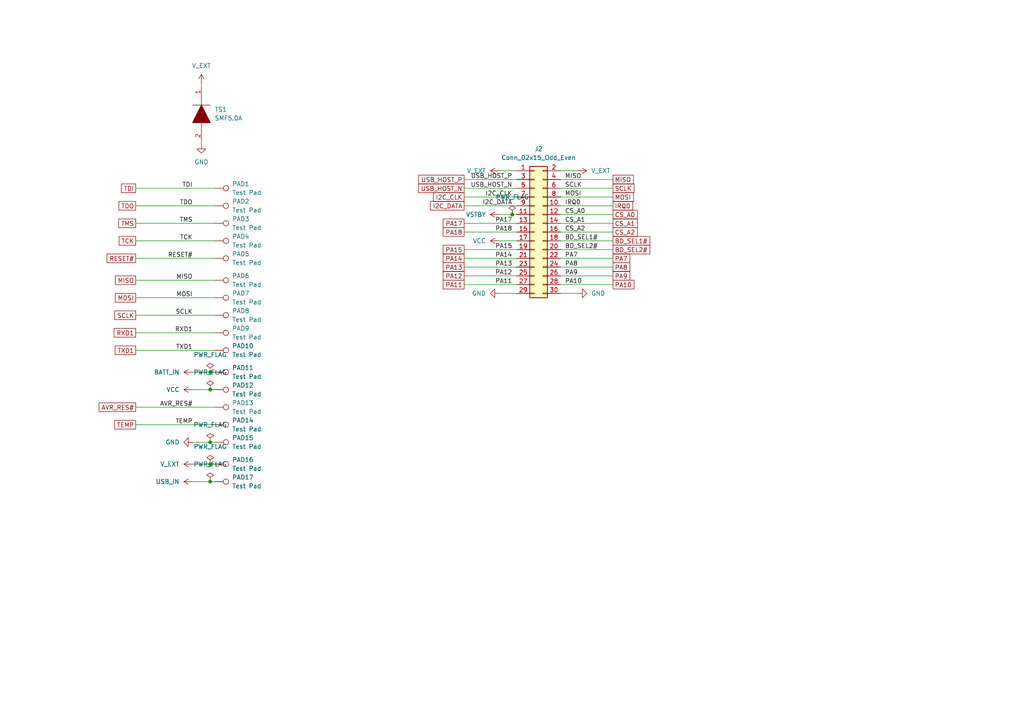
<source format=kicad_sch>
(kicad_sch (version 20211123) (generator eeschema)

  (uuid 1df0a18d-4497-40cd-ad71-4801f734276b)

  (paper "A4")

  (lib_symbols
    (symbol "Connector:TestPoint" (pin_numbers hide) (pin_names (offset 0.762) hide) (in_bom yes) (on_board yes)
      (property "Reference" "TP" (id 0) (at 0 6.858 0)
        (effects (font (size 1.27 1.27)))
      )
      (property "Value" "TestPoint" (id 1) (at 0 5.08 0)
        (effects (font (size 1.27 1.27)))
      )
      (property "Footprint" "" (id 2) (at 5.08 0 0)
        (effects (font (size 1.27 1.27)) hide)
      )
      (property "Datasheet" "~" (id 3) (at 5.08 0 0)
        (effects (font (size 1.27 1.27)) hide)
      )
      (property "ki_keywords" "test point tp" (id 4) (at 0 0 0)
        (effects (font (size 1.27 1.27)) hide)
      )
      (property "ki_description" "test point" (id 5) (at 0 0 0)
        (effects (font (size 1.27 1.27)) hide)
      )
      (property "ki_fp_filters" "Pin* Test*" (id 6) (at 0 0 0)
        (effects (font (size 1.27 1.27)) hide)
      )
      (symbol "TestPoint_0_1"
        (circle (center 0 3.302) (radius 0.762)
          (stroke (width 0) (type default) (color 0 0 0 0))
          (fill (type none))
        )
      )
      (symbol "TestPoint_1_1"
        (pin passive line (at 0 0 90) (length 2.54)
          (name "1" (effects (font (size 1.27 1.27))))
          (number "1" (effects (font (size 1.27 1.27))))
        )
      )
    )
    (symbol "Connector_Generic:Conn_02x15_Odd_Even" (pin_names (offset 1.016) hide) (in_bom yes) (on_board yes)
      (property "Reference" "J" (id 0) (at 1.27 20.32 0)
        (effects (font (size 1.27 1.27)))
      )
      (property "Value" "Conn_02x15_Odd_Even" (id 1) (at 1.27 -20.32 0)
        (effects (font (size 1.27 1.27)))
      )
      (property "Footprint" "" (id 2) (at 0 0 0)
        (effects (font (size 1.27 1.27)) hide)
      )
      (property "Datasheet" "~" (id 3) (at 0 0 0)
        (effects (font (size 1.27 1.27)) hide)
      )
      (property "ki_keywords" "connector" (id 4) (at 0 0 0)
        (effects (font (size 1.27 1.27)) hide)
      )
      (property "ki_description" "Generic connector, double row, 02x15, odd/even pin numbering scheme (row 1 odd numbers, row 2 even numbers), script generated (kicad-library-utils/schlib/autogen/connector/)" (id 5) (at 0 0 0)
        (effects (font (size 1.27 1.27)) hide)
      )
      (property "ki_fp_filters" "Connector*:*_2x??_*" (id 6) (at 0 0 0)
        (effects (font (size 1.27 1.27)) hide)
      )
      (symbol "Conn_02x15_Odd_Even_1_1"
        (rectangle (start -1.27 -17.653) (end 0 -17.907)
          (stroke (width 0.1524) (type default) (color 0 0 0 0))
          (fill (type none))
        )
        (rectangle (start -1.27 -15.113) (end 0 -15.367)
          (stroke (width 0.1524) (type default) (color 0 0 0 0))
          (fill (type none))
        )
        (rectangle (start -1.27 -12.573) (end 0 -12.827)
          (stroke (width 0.1524) (type default) (color 0 0 0 0))
          (fill (type none))
        )
        (rectangle (start -1.27 -10.033) (end 0 -10.287)
          (stroke (width 0.1524) (type default) (color 0 0 0 0))
          (fill (type none))
        )
        (rectangle (start -1.27 -7.493) (end 0 -7.747)
          (stroke (width 0.1524) (type default) (color 0 0 0 0))
          (fill (type none))
        )
        (rectangle (start -1.27 -4.953) (end 0 -5.207)
          (stroke (width 0.1524) (type default) (color 0 0 0 0))
          (fill (type none))
        )
        (rectangle (start -1.27 -2.413) (end 0 -2.667)
          (stroke (width 0.1524) (type default) (color 0 0 0 0))
          (fill (type none))
        )
        (rectangle (start -1.27 0.127) (end 0 -0.127)
          (stroke (width 0.1524) (type default) (color 0 0 0 0))
          (fill (type none))
        )
        (rectangle (start -1.27 2.667) (end 0 2.413)
          (stroke (width 0.1524) (type default) (color 0 0 0 0))
          (fill (type none))
        )
        (rectangle (start -1.27 5.207) (end 0 4.953)
          (stroke (width 0.1524) (type default) (color 0 0 0 0))
          (fill (type none))
        )
        (rectangle (start -1.27 7.747) (end 0 7.493)
          (stroke (width 0.1524) (type default) (color 0 0 0 0))
          (fill (type none))
        )
        (rectangle (start -1.27 10.287) (end 0 10.033)
          (stroke (width 0.1524) (type default) (color 0 0 0 0))
          (fill (type none))
        )
        (rectangle (start -1.27 12.827) (end 0 12.573)
          (stroke (width 0.1524) (type default) (color 0 0 0 0))
          (fill (type none))
        )
        (rectangle (start -1.27 15.367) (end 0 15.113)
          (stroke (width 0.1524) (type default) (color 0 0 0 0))
          (fill (type none))
        )
        (rectangle (start -1.27 17.907) (end 0 17.653)
          (stroke (width 0.1524) (type default) (color 0 0 0 0))
          (fill (type none))
        )
        (rectangle (start -1.27 19.05) (end 3.81 -19.05)
          (stroke (width 0.254) (type default) (color 0 0 0 0))
          (fill (type background))
        )
        (rectangle (start 3.81 -17.653) (end 2.54 -17.907)
          (stroke (width 0.1524) (type default) (color 0 0 0 0))
          (fill (type none))
        )
        (rectangle (start 3.81 -15.113) (end 2.54 -15.367)
          (stroke (width 0.1524) (type default) (color 0 0 0 0))
          (fill (type none))
        )
        (rectangle (start 3.81 -12.573) (end 2.54 -12.827)
          (stroke (width 0.1524) (type default) (color 0 0 0 0))
          (fill (type none))
        )
        (rectangle (start 3.81 -10.033) (end 2.54 -10.287)
          (stroke (width 0.1524) (type default) (color 0 0 0 0))
          (fill (type none))
        )
        (rectangle (start 3.81 -7.493) (end 2.54 -7.747)
          (stroke (width 0.1524) (type default) (color 0 0 0 0))
          (fill (type none))
        )
        (rectangle (start 3.81 -4.953) (end 2.54 -5.207)
          (stroke (width 0.1524) (type default) (color 0 0 0 0))
          (fill (type none))
        )
        (rectangle (start 3.81 -2.413) (end 2.54 -2.667)
          (stroke (width 0.1524) (type default) (color 0 0 0 0))
          (fill (type none))
        )
        (rectangle (start 3.81 0.127) (end 2.54 -0.127)
          (stroke (width 0.1524) (type default) (color 0 0 0 0))
          (fill (type none))
        )
        (rectangle (start 3.81 2.667) (end 2.54 2.413)
          (stroke (width 0.1524) (type default) (color 0 0 0 0))
          (fill (type none))
        )
        (rectangle (start 3.81 5.207) (end 2.54 4.953)
          (stroke (width 0.1524) (type default) (color 0 0 0 0))
          (fill (type none))
        )
        (rectangle (start 3.81 7.747) (end 2.54 7.493)
          (stroke (width 0.1524) (type default) (color 0 0 0 0))
          (fill (type none))
        )
        (rectangle (start 3.81 10.287) (end 2.54 10.033)
          (stroke (width 0.1524) (type default) (color 0 0 0 0))
          (fill (type none))
        )
        (rectangle (start 3.81 12.827) (end 2.54 12.573)
          (stroke (width 0.1524) (type default) (color 0 0 0 0))
          (fill (type none))
        )
        (rectangle (start 3.81 15.367) (end 2.54 15.113)
          (stroke (width 0.1524) (type default) (color 0 0 0 0))
          (fill (type none))
        )
        (rectangle (start 3.81 17.907) (end 2.54 17.653)
          (stroke (width 0.1524) (type default) (color 0 0 0 0))
          (fill (type none))
        )
        (pin passive line (at -5.08 17.78 0) (length 3.81)
          (name "Pin_1" (effects (font (size 1.27 1.27))))
          (number "1" (effects (font (size 1.27 1.27))))
        )
        (pin passive line (at 7.62 7.62 180) (length 3.81)
          (name "Pin_10" (effects (font (size 1.27 1.27))))
          (number "10" (effects (font (size 1.27 1.27))))
        )
        (pin passive line (at -5.08 5.08 0) (length 3.81)
          (name "Pin_11" (effects (font (size 1.27 1.27))))
          (number "11" (effects (font (size 1.27 1.27))))
        )
        (pin passive line (at 7.62 5.08 180) (length 3.81)
          (name "Pin_12" (effects (font (size 1.27 1.27))))
          (number "12" (effects (font (size 1.27 1.27))))
        )
        (pin passive line (at -5.08 2.54 0) (length 3.81)
          (name "Pin_13" (effects (font (size 1.27 1.27))))
          (number "13" (effects (font (size 1.27 1.27))))
        )
        (pin passive line (at 7.62 2.54 180) (length 3.81)
          (name "Pin_14" (effects (font (size 1.27 1.27))))
          (number "14" (effects (font (size 1.27 1.27))))
        )
        (pin passive line (at -5.08 0 0) (length 3.81)
          (name "Pin_15" (effects (font (size 1.27 1.27))))
          (number "15" (effects (font (size 1.27 1.27))))
        )
        (pin passive line (at 7.62 0 180) (length 3.81)
          (name "Pin_16" (effects (font (size 1.27 1.27))))
          (number "16" (effects (font (size 1.27 1.27))))
        )
        (pin passive line (at -5.08 -2.54 0) (length 3.81)
          (name "Pin_17" (effects (font (size 1.27 1.27))))
          (number "17" (effects (font (size 1.27 1.27))))
        )
        (pin passive line (at 7.62 -2.54 180) (length 3.81)
          (name "Pin_18" (effects (font (size 1.27 1.27))))
          (number "18" (effects (font (size 1.27 1.27))))
        )
        (pin passive line (at -5.08 -5.08 0) (length 3.81)
          (name "Pin_19" (effects (font (size 1.27 1.27))))
          (number "19" (effects (font (size 1.27 1.27))))
        )
        (pin passive line (at 7.62 17.78 180) (length 3.81)
          (name "Pin_2" (effects (font (size 1.27 1.27))))
          (number "2" (effects (font (size 1.27 1.27))))
        )
        (pin passive line (at 7.62 -5.08 180) (length 3.81)
          (name "Pin_20" (effects (font (size 1.27 1.27))))
          (number "20" (effects (font (size 1.27 1.27))))
        )
        (pin passive line (at -5.08 -7.62 0) (length 3.81)
          (name "Pin_21" (effects (font (size 1.27 1.27))))
          (number "21" (effects (font (size 1.27 1.27))))
        )
        (pin passive line (at 7.62 -7.62 180) (length 3.81)
          (name "Pin_22" (effects (font (size 1.27 1.27))))
          (number "22" (effects (font (size 1.27 1.27))))
        )
        (pin passive line (at -5.08 -10.16 0) (length 3.81)
          (name "Pin_23" (effects (font (size 1.27 1.27))))
          (number "23" (effects (font (size 1.27 1.27))))
        )
        (pin passive line (at 7.62 -10.16 180) (length 3.81)
          (name "Pin_24" (effects (font (size 1.27 1.27))))
          (number "24" (effects (font (size 1.27 1.27))))
        )
        (pin passive line (at -5.08 -12.7 0) (length 3.81)
          (name "Pin_25" (effects (font (size 1.27 1.27))))
          (number "25" (effects (font (size 1.27 1.27))))
        )
        (pin passive line (at 7.62 -12.7 180) (length 3.81)
          (name "Pin_26" (effects (font (size 1.27 1.27))))
          (number "26" (effects (font (size 1.27 1.27))))
        )
        (pin passive line (at -5.08 -15.24 0) (length 3.81)
          (name "Pin_27" (effects (font (size 1.27 1.27))))
          (number "27" (effects (font (size 1.27 1.27))))
        )
        (pin passive line (at 7.62 -15.24 180) (length 3.81)
          (name "Pin_28" (effects (font (size 1.27 1.27))))
          (number "28" (effects (font (size 1.27 1.27))))
        )
        (pin passive line (at -5.08 -17.78 0) (length 3.81)
          (name "Pin_29" (effects (font (size 1.27 1.27))))
          (number "29" (effects (font (size 1.27 1.27))))
        )
        (pin passive line (at -5.08 15.24 0) (length 3.81)
          (name "Pin_3" (effects (font (size 1.27 1.27))))
          (number "3" (effects (font (size 1.27 1.27))))
        )
        (pin passive line (at 7.62 -17.78 180) (length 3.81)
          (name "Pin_30" (effects (font (size 1.27 1.27))))
          (number "30" (effects (font (size 1.27 1.27))))
        )
        (pin passive line (at 7.62 15.24 180) (length 3.81)
          (name "Pin_4" (effects (font (size 1.27 1.27))))
          (number "4" (effects (font (size 1.27 1.27))))
        )
        (pin passive line (at -5.08 12.7 0) (length 3.81)
          (name "Pin_5" (effects (font (size 1.27 1.27))))
          (number "5" (effects (font (size 1.27 1.27))))
        )
        (pin passive line (at 7.62 12.7 180) (length 3.81)
          (name "Pin_6" (effects (font (size 1.27 1.27))))
          (number "6" (effects (font (size 1.27 1.27))))
        )
        (pin passive line (at -5.08 10.16 0) (length 3.81)
          (name "Pin_7" (effects (font (size 1.27 1.27))))
          (number "7" (effects (font (size 1.27 1.27))))
        )
        (pin passive line (at 7.62 10.16 180) (length 3.81)
          (name "Pin_8" (effects (font (size 1.27 1.27))))
          (number "8" (effects (font (size 1.27 1.27))))
        )
        (pin passive line (at -5.08 7.62 0) (length 3.81)
          (name "Pin_9" (effects (font (size 1.27 1.27))))
          (number "9" (effects (font (size 1.27 1.27))))
        )
      )
    )
    (symbol "SamacSys_Parts:SMF5.0A" (pin_names (offset 0.762)) (in_bom yes) (on_board yes)
      (property "Reference" "D" (id 0) (at 11.43 5.08 0)
        (effects (font (size 1.27 1.27)) (justify left))
      )
      (property "Value" "SMF5.0A" (id 1) (at 11.43 2.54 0)
        (effects (font (size 1.27 1.27)) (justify left))
      )
      (property "Footprint" "SODFL3618X110N" (id 2) (at 11.43 0 0)
        (effects (font (size 1.27 1.27)) (justify left) hide)
      )
      (property "Datasheet" "https://componentsearchengine.com/Datasheets/2/SMF5.0A.pdf" (id 3) (at 11.43 -2.54 0)
        (effects (font (size 1.27 1.27)) (justify left) hide)
      )
      (property "Description" "LITTELFUSE - SMF5.0A - TVS DIODE, 200W, 5V, UNIDIR, SOD-123FL" (id 4) (at 11.43 -5.08 0)
        (effects (font (size 1.27 1.27)) (justify left) hide)
      )
      (property "Height" "1.1" (id 5) (at 11.43 -7.62 0)
        (effects (font (size 1.27 1.27)) (justify left) hide)
      )
      (property "Manufacturer_Name" "LITTELFUSE" (id 6) (at 11.43 -10.16 0)
        (effects (font (size 1.27 1.27)) (justify left) hide)
      )
      (property "Manufacturer_Part_Number" "SMF5.0A" (id 7) (at 11.43 -12.7 0)
        (effects (font (size 1.27 1.27)) (justify left) hide)
      )
      (property "Mouser Part Number" "576-SMF5.0A" (id 8) (at 11.43 -15.24 0)
        (effects (font (size 1.27 1.27)) (justify left) hide)
      )
      (property "Mouser Price/Stock" "https://www.mouser.co.uk/ProductDetail/Littelfuse/SMF5.0A?qs=w7s0xA%252BTU%2FHYt6%2FEHP8V9g%3D%3D" (id 9) (at 11.43 -17.78 0)
        (effects (font (size 1.27 1.27)) (justify left) hide)
      )
      (property "Arrow Part Number" "SMF5.0A" (id 10) (at 11.43 -20.32 0)
        (effects (font (size 1.27 1.27)) (justify left) hide)
      )
      (property "Arrow Price/Stock" "https://www.arrow.com/en/products/smf5.0a/littelfuse?region=europe" (id 11) (at 11.43 -22.86 0)
        (effects (font (size 1.27 1.27)) (justify left) hide)
      )
      (property "Mouser Testing Part Number" "" (id 12) (at 11.43 -25.4 0)
        (effects (font (size 1.27 1.27)) (justify left) hide)
      )
      (property "Mouser Testing Price/Stock" "" (id 13) (at 11.43 -27.94 0)
        (effects (font (size 1.27 1.27)) (justify left) hide)
      )
      (property "ki_description" "LITTELFUSE - SMF5.0A - TVS DIODE, 200W, 5V, UNIDIR, SOD-123FL" (id 14) (at 0 0 0)
        (effects (font (size 1.27 1.27)) hide)
      )
      (symbol "SMF5.0A_0_0"
        (pin passive line (at 0 0 0) (length 2.54)
          (name "~" (effects (font (size 1.27 1.27))))
          (number "1" (effects (font (size 1.27 1.27))))
        )
        (pin passive line (at 15.24 0 180) (length 2.54)
          (name "~" (effects (font (size 1.27 1.27))))
          (number "2" (effects (font (size 1.27 1.27))))
        )
      )
      (symbol "SMF5.0A_0_1"
        (polyline
          (pts
            (xy 2.54 0)
            (xy 5.08 0)
          )
          (stroke (width 0.1524) (type default) (color 0 0 0 0))
          (fill (type none))
        )
        (polyline
          (pts
            (xy 5.08 2.54)
            (xy 5.08 -2.54)
          )
          (stroke (width 0.1524) (type default) (color 0 0 0 0))
          (fill (type none))
        )
        (polyline
          (pts
            (xy 10.16 0)
            (xy 12.7 0)
          )
          (stroke (width 0.1524) (type default) (color 0 0 0 0))
          (fill (type none))
        )
        (polyline
          (pts
            (xy 5.08 0)
            (xy 10.16 2.54)
            (xy 10.16 -2.54)
            (xy 5.08 0)
          )
          (stroke (width 0.254) (type default) (color 0 0 0 0))
          (fill (type outline))
        )
      )
    )
    (symbol "espot:BATT_IN" (power) (pin_names (offset 0)) (in_bom yes) (on_board yes)
      (property "Reference" "#PWR" (id 0) (at 0 -3.81 0)
        (effects (font (size 1.27 1.27)) hide)
      )
      (property "Value" "BATT_IN" (id 1) (at 0 3.81 0)
        (effects (font (size 1.27 1.27)))
      )
      (property "Footprint" "" (id 2) (at 0 0 0)
        (effects (font (size 1.27 1.27)) hide)
      )
      (property "Datasheet" "" (id 3) (at 0 0 0)
        (effects (font (size 1.27 1.27)) hide)
      )
      (property "ki_keywords" "power-flag" (id 4) (at 0 0 0)
        (effects (font (size 1.27 1.27)) hide)
      )
      (property "ki_description" "Power symbol creates a global label with name \"BATT_IN\"" (id 5) (at 0 0 0)
        (effects (font (size 1.27 1.27)) hide)
      )
      (symbol "BATT_IN_0_1"
        (polyline
          (pts
            (xy -0.762 1.27)
            (xy 0 2.54)
          )
          (stroke (width 0) (type default) (color 0 0 0 0))
          (fill (type none))
        )
        (polyline
          (pts
            (xy 0 0)
            (xy 0 2.54)
          )
          (stroke (width 0) (type default) (color 0 0 0 0))
          (fill (type none))
        )
        (polyline
          (pts
            (xy 0 2.54)
            (xy 0.762 1.27)
          )
          (stroke (width 0) (type default) (color 0 0 0 0))
          (fill (type none))
        )
      )
      (symbol "BATT_IN_1_1"
        (pin power_in line (at 0 0 90) (length 0) hide
          (name "BATT_IN" (effects (font (size 1.27 1.27))))
          (number "1" (effects (font (size 1.27 1.27))))
        )
      )
    )
    (symbol "espot:USB_IN" (power) (pin_names (offset 0)) (in_bom yes) (on_board yes)
      (property "Reference" "#PWR" (id 0) (at 0 -3.81 0)
        (effects (font (size 1.27 1.27)) hide)
      )
      (property "Value" "USB_IN" (id 1) (at 0 3.81 0)
        (effects (font (size 1.27 1.27)))
      )
      (property "Footprint" "" (id 2) (at 0 0 0)
        (effects (font (size 1.27 1.27)) hide)
      )
      (property "Datasheet" "" (id 3) (at 0 0 0)
        (effects (font (size 1.27 1.27)) hide)
      )
      (property "ki_keywords" "power-flag" (id 4) (at 0 0 0)
        (effects (font (size 1.27 1.27)) hide)
      )
      (property "ki_description" "Power symbol creates a global label with name \"USB_IN\"" (id 5) (at 0 0 0)
        (effects (font (size 1.27 1.27)) hide)
      )
      (symbol "USB_IN_0_1"
        (polyline
          (pts
            (xy -0.762 1.27)
            (xy 0 2.54)
          )
          (stroke (width 0) (type default) (color 0 0 0 0))
          (fill (type none))
        )
        (polyline
          (pts
            (xy 0 0)
            (xy 0 2.54)
          )
          (stroke (width 0) (type default) (color 0 0 0 0))
          (fill (type none))
        )
        (polyline
          (pts
            (xy 0 2.54)
            (xy 0.762 1.27)
          )
          (stroke (width 0) (type default) (color 0 0 0 0))
          (fill (type none))
        )
      )
      (symbol "USB_IN_1_1"
        (pin power_in line (at 0 0 90) (length 0) hide
          (name "USB_IN" (effects (font (size 1.27 1.27))))
          (number "1" (effects (font (size 1.27 1.27))))
        )
      )
    )
    (symbol "espot:VSTBY" (power) (pin_names (offset 0)) (in_bom yes) (on_board yes)
      (property "Reference" "#PWR" (id 0) (at 0 -3.81 0)
        (effects (font (size 1.27 1.27)) hide)
      )
      (property "Value" "VSTBY" (id 1) (at 0 3.81 0)
        (effects (font (size 1.27 1.27)))
      )
      (property "Footprint" "" (id 2) (at 0 0 0)
        (effects (font (size 1.27 1.27)) hide)
      )
      (property "Datasheet" "" (id 3) (at 0 0 0)
        (effects (font (size 1.27 1.27)) hide)
      )
      (property "ki_keywords" "power-flag" (id 4) (at 0 0 0)
        (effects (font (size 1.27 1.27)) hide)
      )
      (property "ki_description" "Power symbol creates a global label with name \"VSTBY\"" (id 5) (at 0 0 0)
        (effects (font (size 1.27 1.27)) hide)
      )
      (symbol "VSTBY_0_1"
        (polyline
          (pts
            (xy -0.762 1.27)
            (xy 0 2.54)
          )
          (stroke (width 0) (type default) (color 0 0 0 0))
          (fill (type none))
        )
        (polyline
          (pts
            (xy 0 0)
            (xy 0 2.54)
          )
          (stroke (width 0) (type default) (color 0 0 0 0))
          (fill (type none))
        )
        (polyline
          (pts
            (xy 0 2.54)
            (xy 0.762 1.27)
          )
          (stroke (width 0) (type default) (color 0 0 0 0))
          (fill (type none))
        )
      )
      (symbol "VSTBY_1_1"
        (pin power_in line (at 0 0 90) (length 0) hide
          (name "VSTBY" (effects (font (size 1.27 1.27))))
          (number "1" (effects (font (size 1.27 1.27))))
        )
      )
    )
    (symbol "espot:V_EXT" (power) (pin_names (offset 0)) (in_bom yes) (on_board yes)
      (property "Reference" "#PWR" (id 0) (at 0 -3.81 0)
        (effects (font (size 1.27 1.27)) hide)
      )
      (property "Value" "V_EXT" (id 1) (at 0 3.81 0)
        (effects (font (size 1.27 1.27)))
      )
      (property "Footprint" "" (id 2) (at 0 0 0)
        (effects (font (size 1.27 1.27)) hide)
      )
      (property "Datasheet" "" (id 3) (at 0 0 0)
        (effects (font (size 1.27 1.27)) hide)
      )
      (property "ki_keywords" "power-flag" (id 4) (at 0 0 0)
        (effects (font (size 1.27 1.27)) hide)
      )
      (property "ki_description" "Power symbol creates a global label with name \"V_EXT\"" (id 5) (at 0 0 0)
        (effects (font (size 1.27 1.27)) hide)
      )
      (symbol "V_EXT_0_1"
        (polyline
          (pts
            (xy -0.762 1.27)
            (xy 0 2.54)
          )
          (stroke (width 0) (type default) (color 0 0 0 0))
          (fill (type none))
        )
        (polyline
          (pts
            (xy 0 0)
            (xy 0 2.54)
          )
          (stroke (width 0) (type default) (color 0 0 0 0))
          (fill (type none))
        )
        (polyline
          (pts
            (xy 0 2.54)
            (xy 0.762 1.27)
          )
          (stroke (width 0) (type default) (color 0 0 0 0))
          (fill (type none))
        )
      )
      (symbol "V_EXT_1_1"
        (pin power_in line (at 0 0 90) (length 0) hide
          (name "V_EXT" (effects (font (size 1.27 1.27))))
          (number "1" (effects (font (size 1.27 1.27))))
        )
      )
    )
    (symbol "power:GND" (power) (pin_names (offset 0)) (in_bom yes) (on_board yes)
      (property "Reference" "#PWR" (id 0) (at 0 -6.35 0)
        (effects (font (size 1.27 1.27)) hide)
      )
      (property "Value" "GND" (id 1) (at 0 -3.81 0)
        (effects (font (size 1.27 1.27)))
      )
      (property "Footprint" "" (id 2) (at 0 0 0)
        (effects (font (size 1.27 1.27)) hide)
      )
      (property "Datasheet" "" (id 3) (at 0 0 0)
        (effects (font (size 1.27 1.27)) hide)
      )
      (property "ki_keywords" "power-flag" (id 4) (at 0 0 0)
        (effects (font (size 1.27 1.27)) hide)
      )
      (property "ki_description" "Power symbol creates a global label with name \"GND\" , ground" (id 5) (at 0 0 0)
        (effects (font (size 1.27 1.27)) hide)
      )
      (symbol "GND_0_1"
        (polyline
          (pts
            (xy 0 0)
            (xy 0 -1.27)
            (xy 1.27 -1.27)
            (xy 0 -2.54)
            (xy -1.27 -1.27)
            (xy 0 -1.27)
          )
          (stroke (width 0) (type default) (color 0 0 0 0))
          (fill (type none))
        )
      )
      (symbol "GND_1_1"
        (pin power_in line (at 0 0 270) (length 0) hide
          (name "GND" (effects (font (size 1.27 1.27))))
          (number "1" (effects (font (size 1.27 1.27))))
        )
      )
    )
    (symbol "power:PWR_FLAG" (power) (pin_numbers hide) (pin_names (offset 0) hide) (in_bom yes) (on_board yes)
      (property "Reference" "#FLG" (id 0) (at 0 1.905 0)
        (effects (font (size 1.27 1.27)) hide)
      )
      (property "Value" "PWR_FLAG" (id 1) (at 0 3.81 0)
        (effects (font (size 1.27 1.27)))
      )
      (property "Footprint" "" (id 2) (at 0 0 0)
        (effects (font (size 1.27 1.27)) hide)
      )
      (property "Datasheet" "~" (id 3) (at 0 0 0)
        (effects (font (size 1.27 1.27)) hide)
      )
      (property "ki_keywords" "power-flag" (id 4) (at 0 0 0)
        (effects (font (size 1.27 1.27)) hide)
      )
      (property "ki_description" "Special symbol for telling ERC where power comes from" (id 5) (at 0 0 0)
        (effects (font (size 1.27 1.27)) hide)
      )
      (symbol "PWR_FLAG_0_0"
        (pin power_out line (at 0 0 90) (length 0)
          (name "pwr" (effects (font (size 1.27 1.27))))
          (number "1" (effects (font (size 1.27 1.27))))
        )
      )
      (symbol "PWR_FLAG_0_1"
        (polyline
          (pts
            (xy 0 0)
            (xy 0 1.27)
            (xy -1.016 1.905)
            (xy 0 2.54)
            (xy 1.016 1.905)
            (xy 0 1.27)
          )
          (stroke (width 0) (type default) (color 0 0 0 0))
          (fill (type none))
        )
      )
    )
    (symbol "power:VCC" (power) (pin_names (offset 0)) (in_bom yes) (on_board yes)
      (property "Reference" "#PWR" (id 0) (at 0 -3.81 0)
        (effects (font (size 1.27 1.27)) hide)
      )
      (property "Value" "VCC" (id 1) (at 0 3.81 0)
        (effects (font (size 1.27 1.27)))
      )
      (property "Footprint" "" (id 2) (at 0 0 0)
        (effects (font (size 1.27 1.27)) hide)
      )
      (property "Datasheet" "" (id 3) (at 0 0 0)
        (effects (font (size 1.27 1.27)) hide)
      )
      (property "ki_keywords" "power-flag" (id 4) (at 0 0 0)
        (effects (font (size 1.27 1.27)) hide)
      )
      (property "ki_description" "Power symbol creates a global label with name \"VCC\"" (id 5) (at 0 0 0)
        (effects (font (size 1.27 1.27)) hide)
      )
      (symbol "VCC_0_1"
        (polyline
          (pts
            (xy -0.762 1.27)
            (xy 0 2.54)
          )
          (stroke (width 0) (type default) (color 0 0 0 0))
          (fill (type none))
        )
        (polyline
          (pts
            (xy 0 0)
            (xy 0 2.54)
          )
          (stroke (width 0) (type default) (color 0 0 0 0))
          (fill (type none))
        )
        (polyline
          (pts
            (xy 0 2.54)
            (xy 0.762 1.27)
          )
          (stroke (width 0) (type default) (color 0 0 0 0))
          (fill (type none))
        )
      )
      (symbol "VCC_1_1"
        (pin power_in line (at 0 0 90) (length 0) hide
          (name "VCC" (effects (font (size 1.27 1.27))))
          (number "1" (effects (font (size 1.27 1.27))))
        )
      )
    )
  )

  (junction (at 60.96 128.27) (diameter 0) (color 0 0 0 0)
    (uuid 078e587a-1a9e-47ec-b6ca-573c0aafb28b)
  )
  (junction (at 148.59 62.23) (diameter 0) (color 0 0 0 0)
    (uuid 720bd97d-95f6-4bd7-92cf-7c27ee28f523)
  )
  (junction (at 60.96 139.7) (diameter 0) (color 0 0 0 0)
    (uuid 94228e73-c2d8-4feb-8052-e2824adbee96)
  )
  (junction (at 60.96 107.95) (diameter 0) (color 0 0 0 0)
    (uuid d2d033bf-ce88-4f89-98f2-7c20718698c9)
  )
  (junction (at 60.96 134.62) (diameter 0) (color 0 0 0 0)
    (uuid d4c58fac-1c7c-4205-a293-6bf935e59903)
  )
  (junction (at 60.96 113.03) (diameter 0) (color 0 0 0 0)
    (uuid d858e202-53c7-42a5-b971-08ba117be847)
  )

  (wire (pts (xy 134.62 59.69) (xy 149.86 59.69))
    (stroke (width 0) (type default) (color 0 0 0 0))
    (uuid 0173c258-bc8e-4881-93d3-421483222cef)
  )
  (wire (pts (xy 162.56 82.55) (xy 177.8 82.55))
    (stroke (width 0) (type default) (color 0 0 0 0))
    (uuid 019f9b39-aa73-4610-8a14-311de39ba1ce)
  )
  (wire (pts (xy 55.88 134.62) (xy 60.96 134.62))
    (stroke (width 0) (type default) (color 0 0 0 0))
    (uuid 01ee5d3f-43e6-4a29-849e-7c46b65d257c)
  )
  (wire (pts (xy 134.62 74.93) (xy 149.86 74.93))
    (stroke (width 0) (type default) (color 0 0 0 0))
    (uuid 0cd7acf3-d7de-4906-b0a6-53d50ef1b2fe)
  )
  (wire (pts (xy 144.78 69.85) (xy 149.86 69.85))
    (stroke (width 0) (type default) (color 0 0 0 0))
    (uuid 164638b1-0000-4f7b-b828-7c9477c2eb45)
  )
  (wire (pts (xy 58.42 40.64) (xy 58.42 41.91))
    (stroke (width 0) (type default) (color 0 0 0 0))
    (uuid 306922cf-89fb-4498-b254-c9a345eb552e)
  )
  (wire (pts (xy 162.56 52.07) (xy 177.8 52.07))
    (stroke (width 0) (type default) (color 0 0 0 0))
    (uuid 3271786d-edf0-4288-bf81-abc6119a9faf)
  )
  (wire (pts (xy 148.59 62.23) (xy 149.86 62.23))
    (stroke (width 0) (type default) (color 0 0 0 0))
    (uuid 38d84f46-04aa-44f1-b606-72e9b3add5db)
  )
  (wire (pts (xy 162.56 57.15) (xy 177.8 57.15))
    (stroke (width 0) (type default) (color 0 0 0 0))
    (uuid 3c07a436-4cf3-4df0-9bbb-42a4cc69cdb8)
  )
  (wire (pts (xy 162.56 80.01) (xy 177.8 80.01))
    (stroke (width 0) (type default) (color 0 0 0 0))
    (uuid 3dcb46f8-d7ed-4b01-8ab5-5475a513ff4b)
  )
  (wire (pts (xy 55.88 128.27) (xy 60.96 128.27))
    (stroke (width 0) (type default) (color 0 0 0 0))
    (uuid 3e91a720-2c9f-4052-9a9a-6dc0e078f049)
  )
  (wire (pts (xy 134.62 80.01) (xy 149.86 80.01))
    (stroke (width 0) (type default) (color 0 0 0 0))
    (uuid 410bbfdb-1a54-4c92-b23d-aacc4e8d8fc5)
  )
  (wire (pts (xy 134.62 77.47) (xy 149.86 77.47))
    (stroke (width 0) (type default) (color 0 0 0 0))
    (uuid 41f13884-d841-4cab-b4f5-cbc93e1036eb)
  )
  (wire (pts (xy 162.56 69.85) (xy 177.8 69.85))
    (stroke (width 0) (type default) (color 0 0 0 0))
    (uuid 424af0cc-a156-4c78-9ed9-1195614e2cb1)
  )
  (wire (pts (xy 39.37 118.11) (xy 62.23 118.11))
    (stroke (width 0) (type default) (color 0 0 0 0))
    (uuid 44cac2e7-4379-47ba-8473-7b17b3b56dc1)
  )
  (wire (pts (xy 144.78 62.23) (xy 148.59 62.23))
    (stroke (width 0) (type default) (color 0 0 0 0))
    (uuid 451c9a6c-017f-466d-821f-bd03417a6524)
  )
  (wire (pts (xy 39.37 81.28) (xy 62.23 81.28))
    (stroke (width 0) (type default) (color 0 0 0 0))
    (uuid 4668f623-2a5b-4c5a-b1da-2575de0db869)
  )
  (wire (pts (xy 144.78 49.53) (xy 149.86 49.53))
    (stroke (width 0) (type default) (color 0 0 0 0))
    (uuid 46ecef23-3ff8-4de6-9c36-be95460afd80)
  )
  (wire (pts (xy 39.37 101.6) (xy 62.23 101.6))
    (stroke (width 0) (type default) (color 0 0 0 0))
    (uuid 488fca48-c089-4153-8796-0c348d517dc2)
  )
  (wire (pts (xy 162.56 85.09) (xy 167.64 85.09))
    (stroke (width 0) (type default) (color 0 0 0 0))
    (uuid 4ddb1071-983a-49c3-b25c-d9b3e7fab709)
  )
  (wire (pts (xy 39.37 64.77) (xy 62.23 64.77))
    (stroke (width 0) (type default) (color 0 0 0 0))
    (uuid 65a62032-1737-4d97-9ffd-f626da5b2a16)
  )
  (wire (pts (xy 39.37 91.44) (xy 62.23 91.44))
    (stroke (width 0) (type default) (color 0 0 0 0))
    (uuid 67a5a3f6-b402-4dda-9657-d15cfceeed8e)
  )
  (wire (pts (xy 162.56 72.39) (xy 177.8 72.39))
    (stroke (width 0) (type default) (color 0 0 0 0))
    (uuid 6cb623e4-e9b0-49fa-8b24-e5d377ef8394)
  )
  (wire (pts (xy 55.88 113.03) (xy 60.96 113.03))
    (stroke (width 0) (type default) (color 0 0 0 0))
    (uuid 753712ad-4fbe-44d0-9d6d-3455320b9909)
  )
  (wire (pts (xy 134.62 52.07) (xy 149.86 52.07))
    (stroke (width 0) (type default) (color 0 0 0 0))
    (uuid 7bbaaca6-19ac-4346-b498-ab90d969e36d)
  )
  (wire (pts (xy 134.62 57.15) (xy 149.86 57.15))
    (stroke (width 0) (type default) (color 0 0 0 0))
    (uuid 80063204-b1e2-451f-a6da-1af067187f61)
  )
  (wire (pts (xy 39.37 96.52) (xy 62.23 96.52))
    (stroke (width 0) (type default) (color 0 0 0 0))
    (uuid 8a0f12db-8a38-4586-b83f-203625cafbb0)
  )
  (wire (pts (xy 39.37 59.69) (xy 62.23 59.69))
    (stroke (width 0) (type default) (color 0 0 0 0))
    (uuid 8fac2a23-8183-442d-893e-4bb7f8901f2d)
  )
  (wire (pts (xy 162.56 74.93) (xy 177.8 74.93))
    (stroke (width 0) (type default) (color 0 0 0 0))
    (uuid 90a6fa54-20fd-445e-a2a8-3c0bff743000)
  )
  (wire (pts (xy 144.78 85.09) (xy 149.86 85.09))
    (stroke (width 0) (type default) (color 0 0 0 0))
    (uuid 90f3743b-69ec-46ad-a866-e1bae544a0a3)
  )
  (wire (pts (xy 39.37 54.61) (xy 62.23 54.61))
    (stroke (width 0) (type default) (color 0 0 0 0))
    (uuid 938b8edc-b784-4b5d-bc53-e5c58f7725ee)
  )
  (wire (pts (xy 58.42 24.13) (xy 58.42 25.4))
    (stroke (width 0) (type default) (color 0 0 0 0))
    (uuid 9fc49b47-c243-422b-bbd2-745c40e908d9)
  )
  (wire (pts (xy 39.37 123.19) (xy 62.23 123.19))
    (stroke (width 0) (type default) (color 0 0 0 0))
    (uuid 9fd4c0dd-0ae6-4391-9cc4-7f2bb476bb7a)
  )
  (wire (pts (xy 134.62 82.55) (xy 149.86 82.55))
    (stroke (width 0) (type default) (color 0 0 0 0))
    (uuid a2a8c251-ce27-40ac-b47c-d3ecab028574)
  )
  (wire (pts (xy 55.88 107.95) (xy 60.96 107.95))
    (stroke (width 0) (type default) (color 0 0 0 0))
    (uuid a603fb63-d465-43ae-9dda-fdf74a5d6bf4)
  )
  (wire (pts (xy 60.96 107.95) (xy 62.23 107.95))
    (stroke (width 0) (type default) (color 0 0 0 0))
    (uuid ae6a9883-b2ba-4440-8feb-33574739705b)
  )
  (wire (pts (xy 162.56 67.31) (xy 177.8 67.31))
    (stroke (width 0) (type default) (color 0 0 0 0))
    (uuid b3c005a1-115e-4923-8c79-d13eeb80be81)
  )
  (wire (pts (xy 134.62 64.77) (xy 149.86 64.77))
    (stroke (width 0) (type default) (color 0 0 0 0))
    (uuid b6ef3ba4-19b5-4336-940c-5dd5e1fe70d0)
  )
  (wire (pts (xy 60.96 139.7) (xy 62.23 139.7))
    (stroke (width 0) (type default) (color 0 0 0 0))
    (uuid b8c63ec6-74a3-4f6c-9fc6-03f0ca40b07d)
  )
  (wire (pts (xy 39.37 86.36) (xy 62.23 86.36))
    (stroke (width 0) (type default) (color 0 0 0 0))
    (uuid bb4a07be-4420-4a66-95a4-5bda3586a34a)
  )
  (wire (pts (xy 162.56 77.47) (xy 177.8 77.47))
    (stroke (width 0) (type default) (color 0 0 0 0))
    (uuid c3ae2f32-59a1-4494-96f8-42d422655b1e)
  )
  (wire (pts (xy 60.96 134.62) (xy 62.23 134.62))
    (stroke (width 0) (type default) (color 0 0 0 0))
    (uuid ca482fb7-4d75-40b8-adf3-486d617f8ac5)
  )
  (wire (pts (xy 162.56 59.69) (xy 177.8 59.69))
    (stroke (width 0) (type default) (color 0 0 0 0))
    (uuid cbd11262-3133-4b82-bdcd-a9cbb0f31ffc)
  )
  (wire (pts (xy 60.96 113.03) (xy 62.23 113.03))
    (stroke (width 0) (type default) (color 0 0 0 0))
    (uuid d8bfa5a4-1f7a-483d-86a3-ffdf571fd55e)
  )
  (wire (pts (xy 60.96 128.27) (xy 62.23 128.27))
    (stroke (width 0) (type default) (color 0 0 0 0))
    (uuid d9bd5c78-74a5-4b01-8558-9d2afe723671)
  )
  (wire (pts (xy 134.62 54.61) (xy 149.86 54.61))
    (stroke (width 0) (type default) (color 0 0 0 0))
    (uuid e0211695-a520-47b3-852e-609220096cb6)
  )
  (wire (pts (xy 162.56 54.61) (xy 177.8 54.61))
    (stroke (width 0) (type default) (color 0 0 0 0))
    (uuid e0314f6e-9b8f-476b-9fe4-17e7217319b3)
  )
  (wire (pts (xy 162.56 49.53) (xy 167.64 49.53))
    (stroke (width 0) (type default) (color 0 0 0 0))
    (uuid e1128574-e6a4-44b2-a75e-f55b3da009e7)
  )
  (wire (pts (xy 134.62 67.31) (xy 149.86 67.31))
    (stroke (width 0) (type default) (color 0 0 0 0))
    (uuid e70f4f7c-5951-4fe1-8b74-c6493c9c4c85)
  )
  (wire (pts (xy 162.56 64.77) (xy 177.8 64.77))
    (stroke (width 0) (type default) (color 0 0 0 0))
    (uuid ef62118f-4513-45df-8bc8-bd1b73353ef6)
  )
  (wire (pts (xy 134.62 72.39) (xy 149.86 72.39))
    (stroke (width 0) (type default) (color 0 0 0 0))
    (uuid f372559f-e819-48f8-8d3b-c6f10a6ffe43)
  )
  (wire (pts (xy 39.37 74.93) (xy 62.23 74.93))
    (stroke (width 0) (type default) (color 0 0 0 0))
    (uuid f501cd65-028c-406c-95b6-13a87e4c0d17)
  )
  (wire (pts (xy 162.56 62.23) (xy 177.8 62.23))
    (stroke (width 0) (type default) (color 0 0 0 0))
    (uuid f9b9a84d-7d00-4a36-8192-877a3e731307)
  )
  (wire (pts (xy 39.37 69.85) (xy 62.23 69.85))
    (stroke (width 0) (type default) (color 0 0 0 0))
    (uuid faae8ce7-cb20-46ee-b661-ad564dbffe68)
  )
  (wire (pts (xy 55.88 139.7) (xy 60.96 139.7))
    (stroke (width 0) (type default) (color 0 0 0 0))
    (uuid fd6ed460-b9a4-415a-ad51-6fa7a097a1ae)
  )

  (label "PA17" (at 148.59 64.77 180)
    (effects (font (size 1.27 1.27)) (justify right bottom))
    (uuid 000023e2-edfc-4eee-8b4a-8280cb563a66)
  )
  (label "PA14" (at 148.59 74.93 180)
    (effects (font (size 1.27 1.27)) (justify right bottom))
    (uuid 04ba3f4d-cb7a-473c-953c-34e60c55d19a)
  )
  (label "CS_A1" (at 163.83 64.77 0)
    (effects (font (size 1.27 1.27)) (justify left bottom))
    (uuid 0da1bc00-5d6c-4cb0-833b-182ce7682e1f)
  )
  (label "I2C_DATA" (at 148.59 59.69 180)
    (effects (font (size 1.27 1.27)) (justify right bottom))
    (uuid 1e2c2258-b80a-4da1-9a55-940002bcc907)
  )
  (label "RXD1" (at 55.88 96.52 180)
    (effects (font (size 1.27 1.27)) (justify right bottom))
    (uuid 21f91145-ca75-407a-987d-417d901d0210)
  )
  (label "TMS" (at 55.88 64.77 180)
    (effects (font (size 1.27 1.27)) (justify right bottom))
    (uuid 27467c5b-d249-4c91-a948-60c996c7e783)
  )
  (label "I2C_CLK" (at 148.59 57.15 180)
    (effects (font (size 1.27 1.27)) (justify right bottom))
    (uuid 2b71a557-e9ad-4e17-a5ed-93ac902db0d3)
  )
  (label "PA12" (at 148.59 80.01 180)
    (effects (font (size 1.27 1.27)) (justify right bottom))
    (uuid 323fc81b-d4e1-48f8-9c5d-ca9b179ab014)
  )
  (label "TCK" (at 55.88 69.85 180)
    (effects (font (size 1.27 1.27)) (justify right bottom))
    (uuid 3948d058-d55b-4ceb-8e60-7a7557e2eaff)
  )
  (label "PA18" (at 148.59 67.31 180)
    (effects (font (size 1.27 1.27)) (justify right bottom))
    (uuid 3c86164c-4e0a-47ec-ac57-77edd92da0b0)
  )
  (label "PA13" (at 148.59 77.47 180)
    (effects (font (size 1.27 1.27)) (justify right bottom))
    (uuid 3e4d5710-eb2a-420a-8375-292fe3f328f7)
  )
  (label "CS_A2" (at 163.83 67.31 0)
    (effects (font (size 1.27 1.27)) (justify left bottom))
    (uuid 43c784b1-a049-4d1f-85a3-b9ef4ed8a870)
  )
  (label "RESET#" (at 55.88 74.93 180)
    (effects (font (size 1.27 1.27)) (justify right bottom))
    (uuid 43d8cb7b-582e-42e1-86b0-a754714fc44c)
  )
  (label "BD_SEL1#" (at 163.83 69.85 0)
    (effects (font (size 1.27 1.27)) (justify left bottom))
    (uuid 49179dd4-df32-4e67-8681-f3a13d56cb95)
  )
  (label "PA15" (at 148.59 72.39 180)
    (effects (font (size 1.27 1.27)) (justify right bottom))
    (uuid 499798cd-b758-455e-9bb9-e03ba9a55111)
  )
  (label "CS_A0" (at 163.83 62.23 0)
    (effects (font (size 1.27 1.27)) (justify left bottom))
    (uuid 4d68aef2-1020-416a-a288-3cf023ada02d)
  )
  (label "TXD1" (at 55.88 101.6 180)
    (effects (font (size 1.27 1.27)) (justify right bottom))
    (uuid 5f7f3b56-69d6-4a98-9637-f2c794bad60d)
  )
  (label "PA7" (at 163.83 74.93 0)
    (effects (font (size 1.27 1.27)) (justify left bottom))
    (uuid 6bdc6ba5-b046-4c60-8d6b-ddc2ef5e6137)
  )
  (label "USB_HOST_N" (at 148.59 54.61 180)
    (effects (font (size 1.27 1.27)) (justify right bottom))
    (uuid 86280adc-89c3-45d9-9ff8-cd01edb2a988)
  )
  (label "PA9" (at 163.83 80.01 0)
    (effects (font (size 1.27 1.27)) (justify left bottom))
    (uuid 86e53fa3-0b0d-43f5-8bbc-86ffd1d3fffc)
  )
  (label "PA8" (at 163.83 77.47 0)
    (effects (font (size 1.27 1.27)) (justify left bottom))
    (uuid 94dade53-d214-444d-ae53-a208f7f4879f)
  )
  (label "AVR_RES#" (at 55.88 118.11 180)
    (effects (font (size 1.27 1.27)) (justify right bottom))
    (uuid 95d52899-11ce-4ec6-89b4-6e9639f24af1)
  )
  (label "USB_HOST_P" (at 148.59 52.07 180)
    (effects (font (size 1.27 1.27)) (justify right bottom))
    (uuid 9a8a885d-afb8-4f19-a849-ee28a5446d3c)
  )
  (label "TDO" (at 55.88 59.69 180)
    (effects (font (size 1.27 1.27)) (justify right bottom))
    (uuid 9b543859-f7f4-43eb-946b-2a69f6dd8740)
  )
  (label "IRQ0" (at 163.83 59.69 0)
    (effects (font (size 1.27 1.27)) (justify left bottom))
    (uuid aafd18a2-537f-4b91-b3e4-39ad39c93728)
  )
  (label "MOSI" (at 163.83 57.15 0)
    (effects (font (size 1.27 1.27)) (justify left bottom))
    (uuid ab3916c3-a5ec-4353-94c4-36d95df14523)
  )
  (label "TDI" (at 55.88 54.61 180)
    (effects (font (size 1.27 1.27)) (justify right bottom))
    (uuid b0749813-7fce-4398-85b1-7f7990eb18ce)
  )
  (label "SCLK" (at 163.83 54.61 0)
    (effects (font (size 1.27 1.27)) (justify left bottom))
    (uuid bbd135d3-9b13-4731-88a8-bc78b6c9f57f)
  )
  (label "MOSI" (at 55.88 86.36 180)
    (effects (font (size 1.27 1.27)) (justify right bottom))
    (uuid c1db5eb4-a953-496b-ab57-2b239852bb29)
  )
  (label "MISO" (at 55.88 81.28 180)
    (effects (font (size 1.27 1.27)) (justify right bottom))
    (uuid c3e7c154-ecef-4430-a212-9b07940ab1ae)
  )
  (label "PA11" (at 148.59 82.55 180)
    (effects (font (size 1.27 1.27)) (justify right bottom))
    (uuid d6d95064-c974-4381-931d-6a39269414e8)
  )
  (label "SCLK" (at 55.88 91.44 180)
    (effects (font (size 1.27 1.27)) (justify right bottom))
    (uuid e726c497-11f6-4e09-b0bb-a29c1b3aa1f5)
  )
  (label "PA10" (at 163.83 82.55 0)
    (effects (font (size 1.27 1.27)) (justify left bottom))
    (uuid e975948d-2da2-4853-99bf-d04191699420)
  )
  (label "TEMP" (at 55.88 123.19 180)
    (effects (font (size 1.27 1.27)) (justify right bottom))
    (uuid ea3eba47-2c33-445f-a002-d034bcee80cd)
  )
  (label "BD_SEL2#" (at 163.83 72.39 0)
    (effects (font (size 1.27 1.27)) (justify left bottom))
    (uuid f9fc5d44-f7a8-4879-923d-3c953516786b)
  )
  (label "MISO" (at 163.83 52.07 0)
    (effects (font (size 1.27 1.27)) (justify left bottom))
    (uuid fcb24a61-329f-4b43-b4cc-c7792952a752)
  )

  (global_label "CS_A2" (shape passive) (at 177.8 67.31 0) (fields_autoplaced)
    (effects (font (size 1.27 1.27)) (justify left))
    (uuid 1040f5dc-9f71-4801-acd9-c5e64768dd9d)
    (property "Intersheet References" "${INTERSHEET_REFS}" (id 0) (at 185.9583 67.2306 0)
      (effects (font (size 1.27 1.27)) (justify left) hide)
    )
  )
  (global_label "PA8" (shape passive) (at 177.8 77.47 0) (fields_autoplaced)
    (effects (font (size 1.27 1.27)) (justify left))
    (uuid 1a04dca3-a830-4643-ad72-e65d7697e6d9)
    (property "Intersheet References" "${INTERSHEET_REFS}" (id 0) (at 183.7812 77.3906 0)
      (effects (font (size 1.27 1.27)) (justify left) hide)
    )
  )
  (global_label "SCLK" (shape passive) (at 39.37 91.44 180) (fields_autoplaced)
    (effects (font (size 1.27 1.27)) (justify right))
    (uuid 1c29b0e1-a908-47bc-8c86-3200309eef11)
    (property "Intersheet References" "${INTERSHEET_REFS}" (id 0) (at 32.1793 91.3606 0)
      (effects (font (size 1.27 1.27)) (justify right) hide)
    )
  )
  (global_label "CS_A1" (shape passive) (at 177.8 64.77 0) (fields_autoplaced)
    (effects (font (size 1.27 1.27)) (justify left))
    (uuid 23df1256-682f-43fd-869e-38859d38dca1)
    (property "Intersheet References" "${INTERSHEET_REFS}" (id 0) (at 185.9583 64.6906 0)
      (effects (font (size 1.27 1.27)) (justify left) hide)
    )
  )
  (global_label "MOSI" (shape passive) (at 39.37 86.36 180) (fields_autoplaced)
    (effects (font (size 1.27 1.27)) (justify right))
    (uuid 2d789ee7-ee43-48db-912b-18b731f52bac)
    (property "Intersheet References" "${INTERSHEET_REFS}" (id 0) (at 32.3607 86.2806 0)
      (effects (font (size 1.27 1.27)) (justify right) hide)
    )
  )
  (global_label "AVR_RES#" (shape passive) (at 39.37 118.11 180) (fields_autoplaced)
    (effects (font (size 1.27 1.27)) (justify right))
    (uuid 30c78bc7-edd2-4c0e-9d61-b07b283f8644)
    (property "Intersheet References" "${INTERSHEET_REFS}" (id 0) (at 27.6436 118.0306 0)
      (effects (font (size 1.27 1.27)) (justify right) hide)
    )
  )
  (global_label "I2C_DATA" (shape passive) (at 134.62 59.69 180) (fields_autoplaced)
    (effects (font (size 1.27 1.27)) (justify right))
    (uuid 3373b96b-0527-43ec-b728-2ac9c6c0f638)
    (property "Intersheet References" "${INTERSHEET_REFS}" (id 0) (at 123.7402 59.6106 0)
      (effects (font (size 1.27 1.27)) (justify right) hide)
    )
  )
  (global_label "PA18" (shape passive) (at 134.62 67.31 180) (fields_autoplaced)
    (effects (font (size 1.27 1.27)) (justify right))
    (uuid 353d02b8-de86-427b-a231-0423d51e9ac3)
    (property "Intersheet References" "${INTERSHEET_REFS}" (id 0) (at 127.4293 67.2306 0)
      (effects (font (size 1.27 1.27)) (justify right) hide)
    )
  )
  (global_label "TDO" (shape passive) (at 39.37 59.69 180) (fields_autoplaced)
    (effects (font (size 1.27 1.27)) (justify right))
    (uuid 3b994ffe-7ed0-407c-bb68-5b47ddf47888)
    (property "Intersheet References" "${INTERSHEET_REFS}" (id 0) (at 33.3888 59.6106 0)
      (effects (font (size 1.27 1.27)) (justify right) hide)
    )
  )
  (global_label "PA7" (shape passive) (at 177.8 74.93 0) (fields_autoplaced)
    (effects (font (size 1.27 1.27)) (justify left))
    (uuid 4e3d6c1e-1f48-4497-8194-ee8fb1b7e3c2)
    (property "Intersheet References" "${INTERSHEET_REFS}" (id 0) (at 183.7812 74.8506 0)
      (effects (font (size 1.27 1.27)) (justify left) hide)
    )
  )
  (global_label "RXD1" (shape passive) (at 39.37 96.52 180) (fields_autoplaced)
    (effects (font (size 1.27 1.27)) (justify right))
    (uuid 5425b845-c0b5-4866-8b99-52f53f1f08c4)
    (property "Intersheet References" "${INTERSHEET_REFS}" (id 0) (at 31.9979 96.4406 0)
      (effects (font (size 1.27 1.27)) (justify right) hide)
    )
  )
  (global_label "PA12" (shape passive) (at 134.62 80.01 180) (fields_autoplaced)
    (effects (font (size 1.27 1.27)) (justify right))
    (uuid 5d1878b3-f4d4-4df4-ab40-f319d1333d4c)
    (property "Intersheet References" "${INTERSHEET_REFS}" (id 0) (at 127.4293 79.9306 0)
      (effects (font (size 1.27 1.27)) (justify right) hide)
    )
  )
  (global_label "PA11" (shape passive) (at 134.62 82.55 180) (fields_autoplaced)
    (effects (font (size 1.27 1.27)) (justify right))
    (uuid 5f9adf60-5d05-48fe-88f5-dd51a6aa4959)
    (property "Intersheet References" "${INTERSHEET_REFS}" (id 0) (at 127.4293 82.4706 0)
      (effects (font (size 1.27 1.27)) (justify right) hide)
    )
  )
  (global_label "PA9" (shape passive) (at 177.8 80.01 0) (fields_autoplaced)
    (effects (font (size 1.27 1.27)) (justify left))
    (uuid 68313a50-bc93-4046-81a5-f61a2a449ff5)
    (property "Intersheet References" "${INTERSHEET_REFS}" (id 0) (at 183.7812 79.9306 0)
      (effects (font (size 1.27 1.27)) (justify left) hide)
    )
  )
  (global_label "PA17" (shape passive) (at 134.62 64.77 180) (fields_autoplaced)
    (effects (font (size 1.27 1.27)) (justify right))
    (uuid 695f506f-cef2-453f-92a0-d9ad3cd7fe7b)
    (property "Intersheet References" "${INTERSHEET_REFS}" (id 0) (at 127.4293 64.6906 0)
      (effects (font (size 1.27 1.27)) (justify right) hide)
    )
  )
  (global_label "TDI" (shape passive) (at 39.37 54.61 180) (fields_autoplaced)
    (effects (font (size 1.27 1.27)) (justify right))
    (uuid 6adcca60-aece-40b6-b0a2-4de8a2227cc4)
    (property "Intersheet References" "${INTERSHEET_REFS}" (id 0) (at 34.1145 54.5306 0)
      (effects (font (size 1.27 1.27)) (justify right) hide)
    )
  )
  (global_label "CS_A0" (shape passive) (at 177.8 62.23 0) (fields_autoplaced)
    (effects (font (size 1.27 1.27)) (justify left))
    (uuid 7499fd71-60cc-4b27-9ef5-a6790b8e0711)
    (property "Intersheet References" "${INTERSHEET_REFS}" (id 0) (at 185.9583 62.1506 0)
      (effects (font (size 1.27 1.27)) (justify left) hide)
    )
  )
  (global_label "TMS" (shape passive) (at 39.37 64.77 180) (fields_autoplaced)
    (effects (font (size 1.27 1.27)) (justify right))
    (uuid 7558d0d0-7d60-4326-a9df-b0207ca39062)
    (property "Intersheet References" "${INTERSHEET_REFS}" (id 0) (at 33.3283 64.6906 0)
      (effects (font (size 1.27 1.27)) (justify right) hide)
    )
  )
  (global_label "TCK" (shape passive) (at 39.37 69.85 180) (fields_autoplaced)
    (effects (font (size 1.27 1.27)) (justify right))
    (uuid 761b4810-82f9-4a85-9513-8a904f3121db)
    (property "Intersheet References" "${INTERSHEET_REFS}" (id 0) (at 33.4493 69.7706 0)
      (effects (font (size 1.27 1.27)) (justify right) hide)
    )
  )
  (global_label "PA13" (shape passive) (at 134.62 77.47 180) (fields_autoplaced)
    (effects (font (size 1.27 1.27)) (justify right))
    (uuid 8901abd1-a799-4114-952f-fd0cc1f121b2)
    (property "Intersheet References" "${INTERSHEET_REFS}" (id 0) (at 127.4293 77.3906 0)
      (effects (font (size 1.27 1.27)) (justify right) hide)
    )
  )
  (global_label "PA10" (shape passive) (at 177.8 82.55 0) (fields_autoplaced)
    (effects (font (size 1.27 1.27)) (justify left))
    (uuid 8e8c69aa-f011-4b9f-9f1b-9ea29937751d)
    (property "Intersheet References" "${INTERSHEET_REFS}" (id 0) (at 184.9907 82.4706 0)
      (effects (font (size 1.27 1.27)) (justify left) hide)
    )
  )
  (global_label "USB_HOST_N" (shape passive) (at 134.62 54.61 180) (fields_autoplaced)
    (effects (font (size 1.27 1.27)) (justify right))
    (uuid 91acfd9d-1dfa-4ff8-87ec-9092d8680e12)
    (property "Intersheet References" "${INTERSHEET_REFS}" (id 0) (at 120.2931 54.5306 0)
      (effects (font (size 1.27 1.27)) (justify right) hide)
    )
  )
  (global_label "USB_HOST_P" (shape passive) (at 134.62 52.07 180) (fields_autoplaced)
    (effects (font (size 1.27 1.27)) (justify right))
    (uuid 97451143-f238-4ef9-83bd-f662963847a3)
    (property "Intersheet References" "${INTERSHEET_REFS}" (id 0) (at 120.3536 51.9906 0)
      (effects (font (size 1.27 1.27)) (justify right) hide)
    )
  )
  (global_label "PA15" (shape passive) (at 134.62 72.39 180) (fields_autoplaced)
    (effects (font (size 1.27 1.27)) (justify right))
    (uuid a3e3e86a-7924-453f-b8d1-dbba60792bb8)
    (property "Intersheet References" "${INTERSHEET_REFS}" (id 0) (at 127.4293 72.3106 0)
      (effects (font (size 1.27 1.27)) (justify right) hide)
    )
  )
  (global_label "RESET#" (shape passive) (at 39.37 74.93 180) (fields_autoplaced)
    (effects (font (size 1.27 1.27)) (justify right))
    (uuid a6ecf7d2-813d-4d30-8f14-1f697b439285)
    (property "Intersheet References" "${INTERSHEET_REFS}" (id 0) (at 29.9417 74.8506 0)
      (effects (font (size 1.27 1.27)) (justify right) hide)
    )
  )
  (global_label "TXD1" (shape passive) (at 39.37 101.6 180) (fields_autoplaced)
    (effects (font (size 1.27 1.27)) (justify right))
    (uuid abaf35be-fee8-449c-9c73-f153437af3fe)
    (property "Intersheet References" "${INTERSHEET_REFS}" (id 0) (at 32.3002 101.5206 0)
      (effects (font (size 1.27 1.27)) (justify right) hide)
    )
  )
  (global_label "SCLK" (shape passive) (at 177.8 54.61 0) (fields_autoplaced)
    (effects (font (size 1.27 1.27)) (justify left))
    (uuid ae229a00-ac4d-47d6-93ae-f6b8559eed9b)
    (property "Intersheet References" "${INTERSHEET_REFS}" (id 0) (at 184.9907 54.5306 0)
      (effects (font (size 1.27 1.27)) (justify left) hide)
    )
  )
  (global_label "TEMP" (shape passive) (at 39.37 123.19 180) (fields_autoplaced)
    (effects (font (size 1.27 1.27)) (justify right))
    (uuid b29bb225-14b9-4f3b-a173-2ab13e1d23c5)
    (property "Intersheet References" "${INTERSHEET_REFS}" (id 0) (at 32.1188 123.1106 0)
      (effects (font (size 1.27 1.27)) (justify right) hide)
    )
  )
  (global_label "MISO" (shape passive) (at 177.8 52.07 0) (fields_autoplaced)
    (effects (font (size 1.27 1.27)) (justify left))
    (uuid c01feaa8-8537-49e7-b515-80b1174a7e87)
    (property "Intersheet References" "${INTERSHEET_REFS}" (id 0) (at 184.8093 51.9906 0)
      (effects (font (size 1.27 1.27)) (justify left) hide)
    )
  )
  (global_label "MOSI" (shape passive) (at 177.8 57.15 0) (fields_autoplaced)
    (effects (font (size 1.27 1.27)) (justify left))
    (uuid c0448a91-db3c-4edf-94bd-26d42d03f16f)
    (property "Intersheet References" "${INTERSHEET_REFS}" (id 0) (at 184.8093 57.0706 0)
      (effects (font (size 1.27 1.27)) (justify left) hide)
    )
  )
  (global_label "MISO" (shape passive) (at 39.37 81.28 180) (fields_autoplaced)
    (effects (font (size 1.27 1.27)) (justify right))
    (uuid c8a6319a-ebae-44a6-ae1f-6b465ca6fe55)
    (property "Intersheet References" "${INTERSHEET_REFS}" (id 0) (at 32.3607 81.2006 0)
      (effects (font (size 1.27 1.27)) (justify right) hide)
    )
  )
  (global_label "PA14" (shape passive) (at 134.62 74.93 180) (fields_autoplaced)
    (effects (font (size 1.27 1.27)) (justify right))
    (uuid d4ceaf7e-0ca0-4d49-8e98-4d4e7d0ee896)
    (property "Intersheet References" "${INTERSHEET_REFS}" (id 0) (at 127.4293 74.8506 0)
      (effects (font (size 1.27 1.27)) (justify right) hide)
    )
  )
  (global_label "IRQ0" (shape passive) (at 177.8 59.69 0) (fields_autoplaced)
    (effects (font (size 1.27 1.27)) (justify left))
    (uuid dc894346-67a0-413e-88f8-eb3a8a6c004c)
    (property "Intersheet References" "${INTERSHEET_REFS}" (id 0) (at 184.6279 59.6106 0)
      (effects (font (size 1.27 1.27)) (justify left) hide)
    )
  )
  (global_label "BD_SEL1#" (shape passive) (at 177.8 69.85 0) (fields_autoplaced)
    (effects (font (size 1.27 1.27)) (justify left))
    (uuid dedad1ff-9539-4180-8eb5-c7b909da88ea)
    (property "Intersheet References" "${INTERSHEET_REFS}" (id 0) (at 189.5869 69.7706 0)
      (effects (font (size 1.27 1.27)) (justify left) hide)
    )
  )
  (global_label "I2C_CLK" (shape passive) (at 134.62 57.15 180) (fields_autoplaced)
    (effects (font (size 1.27 1.27)) (justify right))
    (uuid e68c871a-4d6b-40cf-b38b-6f358107495f)
    (property "Intersheet References" "${INTERSHEET_REFS}" (id 0) (at 124.5869 57.0706 0)
      (effects (font (size 1.27 1.27)) (justify right) hide)
    )
  )
  (global_label "BD_SEL2#" (shape passive) (at 177.8 72.39 0) (fields_autoplaced)
    (effects (font (size 1.27 1.27)) (justify left))
    (uuid f1caadf8-e81f-4b43-ad89-7fb22026acc4)
    (property "Intersheet References" "${INTERSHEET_REFS}" (id 0) (at 189.5869 72.3106 0)
      (effects (font (size 1.27 1.27)) (justify left) hide)
    )
  )

  (symbol (lib_id "espot:V_EXT") (at 144.78 49.53 90) (unit 1)
    (in_bom yes) (on_board yes) (fields_autoplaced)
    (uuid 0050506a-55c2-41af-86e6-ee2a6697a360)
    (property "Reference" "#PWR094" (id 0) (at 148.59 49.53 0)
      (effects (font (size 1.27 1.27)) hide)
    )
    (property "Value" "V_EXT" (id 1) (at 140.97 49.5299 90)
      (effects (font (size 1.27 1.27)) (justify left))
    )
    (property "Footprint" "" (id 2) (at 144.78 49.53 0)
      (effects (font (size 1.27 1.27)) hide)
    )
    (property "Datasheet" "" (id 3) (at 144.78 49.53 0)
      (effects (font (size 1.27 1.27)) hide)
    )
    (pin "1" (uuid dc529f24-ac3e-485f-a9b3-5e8f0779cc39))
  )

  (symbol (lib_id "power:GND") (at 58.42 41.91 0) (unit 1)
    (in_bom yes) (on_board yes) (fields_autoplaced)
    (uuid 18f5a021-704e-4277-bc35-946375ccfa18)
    (property "Reference" "#PWR093" (id 0) (at 58.42 48.26 0)
      (effects (font (size 1.27 1.27)) hide)
    )
    (property "Value" "GND" (id 1) (at 58.42 46.99 0))
    (property "Footprint" "" (id 2) (at 58.42 41.91 0)
      (effects (font (size 1.27 1.27)) hide)
    )
    (property "Datasheet" "" (id 3) (at 58.42 41.91 0)
      (effects (font (size 1.27 1.27)) hide)
    )
    (pin "1" (uuid bf9a1f71-bba5-402d-a401-851b6316d97a))
  )

  (symbol (lib_id "power:GND") (at 144.78 85.09 270) (unit 1)
    (in_bom yes) (on_board yes) (fields_autoplaced)
    (uuid 2f82f9b5-b8cb-4ece-b700-c3a1aabf0b7a)
    (property "Reference" "#PWR097" (id 0) (at 138.43 85.09 0)
      (effects (font (size 1.27 1.27)) hide)
    )
    (property "Value" "GND" (id 1) (at 140.97 85.0899 90)
      (effects (font (size 1.27 1.27)) (justify right))
    )
    (property "Footprint" "" (id 2) (at 144.78 85.09 0)
      (effects (font (size 1.27 1.27)) hide)
    )
    (property "Datasheet" "" (id 3) (at 144.78 85.09 0)
      (effects (font (size 1.27 1.27)) hide)
    )
    (pin "1" (uuid 3b272723-13c9-4b42-8288-e8afd15f2065))
  )

  (symbol (lib_id "Connector:TestPoint") (at 62.23 101.6 270) (unit 1)
    (in_bom yes) (on_board yes) (fields_autoplaced)
    (uuid 31852c0b-9166-4696-b2a9-2a36a7d20ed7)
    (property "Reference" "PAD10" (id 0) (at 67.31 100.3299 90)
      (effects (font (size 1.27 1.27)) (justify left))
    )
    (property "Value" "Test Pad" (id 1) (at 67.31 102.8699 90)
      (effects (font (size 1.27 1.27)) (justify left))
    )
    (property "Footprint" "TestPoint:TestPoint_Pad_D4.0mm" (id 2) (at 62.23 106.68 0)
      (effects (font (size 1.27 1.27)) hide)
    )
    (property "Datasheet" "~" (id 3) (at 62.23 106.68 0)
      (effects (font (size 1.27 1.27)) hide)
    )
    (pin "1" (uuid 995acbc6-f006-4c55-823e-32aa381d4c4c))
  )

  (symbol (lib_id "Connector:TestPoint") (at 62.23 128.27 270) (unit 1)
    (in_bom yes) (on_board yes) (fields_autoplaced)
    (uuid 49884c18-5bc4-4f78-88f5-3e204039776a)
    (property "Reference" "PAD15" (id 0) (at 67.31 126.9999 90)
      (effects (font (size 1.27 1.27)) (justify left))
    )
    (property "Value" "Test Pad" (id 1) (at 67.31 129.5399 90)
      (effects (font (size 1.27 1.27)) (justify left))
    )
    (property "Footprint" "TestPoint:TestPoint_Pad_D4.0mm" (id 2) (at 62.23 133.35 0)
      (effects (font (size 1.27 1.27)) hide)
    )
    (property "Datasheet" "~" (id 3) (at 62.23 133.35 0)
      (effects (font (size 1.27 1.27)) hide)
    )
    (pin "1" (uuid 591a9c2b-d9f3-41ce-b9e9-2f58ea426bbd))
  )

  (symbol (lib_id "Connector:TestPoint") (at 62.23 91.44 270) (unit 1)
    (in_bom yes) (on_board yes) (fields_autoplaced)
    (uuid 56670709-f98a-46af-a6f3-df3e8577171a)
    (property "Reference" "PAD8" (id 0) (at 67.31 90.1699 90)
      (effects (font (size 1.27 1.27)) (justify left))
    )
    (property "Value" "Test Pad" (id 1) (at 67.31 92.7099 90)
      (effects (font (size 1.27 1.27)) (justify left))
    )
    (property "Footprint" "TestPoint:TestPoint_Pad_D4.0mm" (id 2) (at 62.23 96.52 0)
      (effects (font (size 1.27 1.27)) hide)
    )
    (property "Datasheet" "~" (id 3) (at 62.23 96.52 0)
      (effects (font (size 1.27 1.27)) hide)
    )
    (pin "1" (uuid aade1d34-66b9-4093-bc81-1fc9491d9351))
  )

  (symbol (lib_id "Connector:TestPoint") (at 62.23 69.85 270) (unit 1)
    (in_bom yes) (on_board yes) (fields_autoplaced)
    (uuid 661fbde5-50df-4923-96bd-6485052d74da)
    (property "Reference" "PAD4" (id 0) (at 67.31 68.5799 90)
      (effects (font (size 1.27 1.27)) (justify left))
    )
    (property "Value" "Test Pad" (id 1) (at 67.31 71.1199 90)
      (effects (font (size 1.27 1.27)) (justify left))
    )
    (property "Footprint" "TestPoint:TestPoint_Pad_D4.0mm" (id 2) (at 62.23 74.93 0)
      (effects (font (size 1.27 1.27)) hide)
    )
    (property "Datasheet" "~" (id 3) (at 62.23 74.93 0)
      (effects (font (size 1.27 1.27)) hide)
    )
    (pin "1" (uuid f614220e-864c-4bc5-9bc7-e2b32078f90c))
  )

  (symbol (lib_id "Connector:TestPoint") (at 62.23 118.11 270) (unit 1)
    (in_bom yes) (on_board yes) (fields_autoplaced)
    (uuid 67d27e12-2070-4fad-9264-bcb8286f1436)
    (property "Reference" "PAD13" (id 0) (at 67.31 116.8399 90)
      (effects (font (size 1.27 1.27)) (justify left))
    )
    (property "Value" "Test Pad" (id 1) (at 67.31 119.3799 90)
      (effects (font (size 1.27 1.27)) (justify left))
    )
    (property "Footprint" "TestPoint:TestPoint_Pad_D4.0mm" (id 2) (at 62.23 123.19 0)
      (effects (font (size 1.27 1.27)) hide)
    )
    (property "Datasheet" "~" (id 3) (at 62.23 123.19 0)
      (effects (font (size 1.27 1.27)) hide)
    )
    (pin "1" (uuid 5b51d6b4-c60b-49f6-b335-1c74b012cdc5))
  )

  (symbol (lib_id "Connector:TestPoint") (at 62.23 54.61 270) (unit 1)
    (in_bom yes) (on_board yes) (fields_autoplaced)
    (uuid 6b779a6d-2271-4bd3-bb4e-490d9706410a)
    (property "Reference" "PAD1" (id 0) (at 67.31 53.3399 90)
      (effects (font (size 1.27 1.27)) (justify left))
    )
    (property "Value" "Test Pad" (id 1) (at 67.31 55.8799 90)
      (effects (font (size 1.27 1.27)) (justify left))
    )
    (property "Footprint" "TestPoint:TestPoint_Pad_D4.0mm" (id 2) (at 62.23 59.69 0)
      (effects (font (size 1.27 1.27)) hide)
    )
    (property "Datasheet" "~" (id 3) (at 62.23 59.69 0)
      (effects (font (size 1.27 1.27)) hide)
    )
    (pin "1" (uuid 5d563651-3e7b-4d28-9c4a-8684c404f53b))
  )

  (symbol (lib_id "Connector:TestPoint") (at 62.23 107.95 270) (unit 1)
    (in_bom yes) (on_board yes) (fields_autoplaced)
    (uuid 6c257008-778f-47ad-ae90-cc78cb13d58e)
    (property "Reference" "PAD11" (id 0) (at 67.31 106.6799 90)
      (effects (font (size 1.27 1.27)) (justify left))
    )
    (property "Value" "Test Pad" (id 1) (at 67.31 109.2199 90)
      (effects (font (size 1.27 1.27)) (justify left))
    )
    (property "Footprint" "TestPoint:TestPoint_Pad_D4.0mm" (id 2) (at 62.23 113.03 0)
      (effects (font (size 1.27 1.27)) hide)
    )
    (property "Datasheet" "~" (id 3) (at 62.23 113.03 0)
      (effects (font (size 1.27 1.27)) hide)
    )
    (pin "1" (uuid c71583d8-d3d7-4979-8917-10ebd2d12f5c))
  )

  (symbol (lib_id "power:VCC") (at 144.78 69.85 90) (unit 1)
    (in_bom yes) (on_board yes) (fields_autoplaced)
    (uuid 6cb9eb26-cb3a-4a89-9490-7f994d10483f)
    (property "Reference" "#PWR096" (id 0) (at 148.59 69.85 0)
      (effects (font (size 1.27 1.27)) hide)
    )
    (property "Value" "VCC" (id 1) (at 140.97 69.8499 90)
      (effects (font (size 1.27 1.27)) (justify left))
    )
    (property "Footprint" "" (id 2) (at 144.78 69.85 0)
      (effects (font (size 1.27 1.27)) hide)
    )
    (property "Datasheet" "" (id 3) (at 144.78 69.85 0)
      (effects (font (size 1.27 1.27)) hide)
    )
    (pin "1" (uuid 9db31452-4f6f-4012-851d-8608f9f5cabf))
  )

  (symbol (lib_id "espot:USB_IN") (at 55.88 139.7 90) (unit 1)
    (in_bom yes) (on_board yes) (fields_autoplaced)
    (uuid 75dc4cb3-ebf0-4d08-bfb7-46227eca05cd)
    (property "Reference" "#PWR091" (id 0) (at 59.69 139.7 0)
      (effects (font (size 1.27 1.27)) hide)
    )
    (property "Value" "USB_IN" (id 1) (at 52.07 139.6999 90)
      (effects (font (size 1.27 1.27)) (justify left))
    )
    (property "Footprint" "" (id 2) (at 55.88 139.7 0)
      (effects (font (size 1.27 1.27)) hide)
    )
    (property "Datasheet" "" (id 3) (at 55.88 139.7 0)
      (effects (font (size 1.27 1.27)) hide)
    )
    (pin "1" (uuid c5bc44b2-338d-49df-b712-73cc24677823))
  )

  (symbol (lib_id "power:PWR_FLAG") (at 60.96 113.03 0) (unit 1)
    (in_bom yes) (on_board yes) (fields_autoplaced)
    (uuid 75ed7a85-897e-46ce-92bf-cc04dd6e7bd1)
    (property "Reference" "#FLG08" (id 0) (at 60.96 111.125 0)
      (effects (font (size 1.27 1.27)) hide)
    )
    (property "Value" "PWR_FLAG" (id 1) (at 60.96 107.95 0))
    (property "Footprint" "" (id 2) (at 60.96 113.03 0)
      (effects (font (size 1.27 1.27)) hide)
    )
    (property "Datasheet" "~" (id 3) (at 60.96 113.03 0)
      (effects (font (size 1.27 1.27)) hide)
    )
    (pin "1" (uuid 79c6ef42-d72c-476a-ba07-16928fff605b))
  )

  (symbol (lib_id "espot:V_EXT") (at 167.64 49.53 270) (unit 1)
    (in_bom yes) (on_board yes) (fields_autoplaced)
    (uuid 77d55de1-654c-4e8c-a620-4098ac143d64)
    (property "Reference" "#PWR098" (id 0) (at 163.83 49.53 0)
      (effects (font (size 1.27 1.27)) hide)
    )
    (property "Value" "V_EXT" (id 1) (at 171.45 49.5299 90)
      (effects (font (size 1.27 1.27)) (justify left))
    )
    (property "Footprint" "" (id 2) (at 167.64 49.53 0)
      (effects (font (size 1.27 1.27)) hide)
    )
    (property "Datasheet" "" (id 3) (at 167.64 49.53 0)
      (effects (font (size 1.27 1.27)) hide)
    )
    (pin "1" (uuid 553c2861-0ce9-4db3-87fe-d32c7f9dd591))
  )

  (symbol (lib_id "power:PWR_FLAG") (at 60.96 128.27 0) (unit 1)
    (in_bom yes) (on_board yes) (fields_autoplaced)
    (uuid 7f31516e-4aaf-4c2d-90cc-d21641eb86bc)
    (property "Reference" "#FLG09" (id 0) (at 60.96 126.365 0)
      (effects (font (size 1.27 1.27)) hide)
    )
    (property "Value" "PWR_FLAG" (id 1) (at 60.96 123.19 0))
    (property "Footprint" "" (id 2) (at 60.96 128.27 0)
      (effects (font (size 1.27 1.27)) hide)
    )
    (property "Datasheet" "~" (id 3) (at 60.96 128.27 0)
      (effects (font (size 1.27 1.27)) hide)
    )
    (pin "1" (uuid cb2ef354-0301-4fc2-8213-85fc082934a5))
  )

  (symbol (lib_id "espot:BATT_IN") (at 55.88 107.95 90) (unit 1)
    (in_bom yes) (on_board yes) (fields_autoplaced)
    (uuid 7f555068-63ac-469f-866f-f9f9fa699f7d)
    (property "Reference" "#PWR087" (id 0) (at 59.69 107.95 0)
      (effects (font (size 1.27 1.27)) hide)
    )
    (property "Value" "BATT_IN" (id 1) (at 52.07 107.9499 90)
      (effects (font (size 1.27 1.27)) (justify left))
    )
    (property "Footprint" "" (id 2) (at 55.88 107.95 0)
      (effects (font (size 1.27 1.27)) hide)
    )
    (property "Datasheet" "" (id 3) (at 55.88 107.95 0)
      (effects (font (size 1.27 1.27)) hide)
    )
    (pin "1" (uuid 47f5e7dd-8b23-4d24-a36d-526ffb63b9e9))
  )

  (symbol (lib_id "power:PWR_FLAG") (at 60.96 139.7 0) (unit 1)
    (in_bom yes) (on_board yes) (fields_autoplaced)
    (uuid 83512cd6-5453-423c-bc52-8544754910f1)
    (property "Reference" "#FLG011" (id 0) (at 60.96 137.795 0)
      (effects (font (size 1.27 1.27)) hide)
    )
    (property "Value" "PWR_FLAG" (id 1) (at 60.96 134.62 0))
    (property "Footprint" "" (id 2) (at 60.96 139.7 0)
      (effects (font (size 1.27 1.27)) hide)
    )
    (property "Datasheet" "~" (id 3) (at 60.96 139.7 0)
      (effects (font (size 1.27 1.27)) hide)
    )
    (pin "1" (uuid 7ff0d23f-49d5-4f1e-9321-8b5631c4f465))
  )

  (symbol (lib_id "Connector:TestPoint") (at 62.23 74.93 270) (unit 1)
    (in_bom yes) (on_board yes) (fields_autoplaced)
    (uuid 85818b52-269f-42db-a7eb-231a1b997e21)
    (property "Reference" "PAD5" (id 0) (at 67.31 73.6599 90)
      (effects (font (size 1.27 1.27)) (justify left))
    )
    (property "Value" "Test Pad" (id 1) (at 67.31 76.1999 90)
      (effects (font (size 1.27 1.27)) (justify left))
    )
    (property "Footprint" "TestPoint:TestPoint_Pad_D4.0mm" (id 2) (at 62.23 80.01 0)
      (effects (font (size 1.27 1.27)) hide)
    )
    (property "Datasheet" "~" (id 3) (at 62.23 80.01 0)
      (effects (font (size 1.27 1.27)) hide)
    )
    (pin "1" (uuid c2fd0abe-7f5d-4157-ae40-d4197a5b52c2))
  )

  (symbol (lib_id "espot:VSTBY") (at 144.78 62.23 90) (unit 1)
    (in_bom yes) (on_board yes) (fields_autoplaced)
    (uuid 8c310e12-3efe-4bd7-83f5-2e674685713f)
    (property "Reference" "#PWR095" (id 0) (at 148.59 62.23 0)
      (effects (font (size 1.27 1.27)) hide)
    )
    (property "Value" "VSTBY" (id 1) (at 140.97 62.2299 90)
      (effects (font (size 1.27 1.27)) (justify left))
    )
    (property "Footprint" "" (id 2) (at 144.78 62.23 0)
      (effects (font (size 1.27 1.27)) hide)
    )
    (property "Datasheet" "" (id 3) (at 144.78 62.23 0)
      (effects (font (size 1.27 1.27)) hide)
    )
    (pin "1" (uuid fe97c9d2-415a-4b63-8357-07f36c2c9130))
  )

  (symbol (lib_id "Connector:TestPoint") (at 62.23 123.19 270) (unit 1)
    (in_bom yes) (on_board yes) (fields_autoplaced)
    (uuid 9121f2cd-edfd-4d42-9369-dae11a87996f)
    (property "Reference" "PAD14" (id 0) (at 67.31 121.9199 90)
      (effects (font (size 1.27 1.27)) (justify left))
    )
    (property "Value" "Test Pad" (id 1) (at 67.31 124.4599 90)
      (effects (font (size 1.27 1.27)) (justify left))
    )
    (property "Footprint" "TestPoint:TestPoint_Pad_D4.0mm" (id 2) (at 62.23 128.27 0)
      (effects (font (size 1.27 1.27)) hide)
    )
    (property "Datasheet" "~" (id 3) (at 62.23 128.27 0)
      (effects (font (size 1.27 1.27)) hide)
    )
    (pin "1" (uuid f4e8d18f-ae31-4b07-ad23-4f4b02c5f204))
  )

  (symbol (lib_id "espot:V_EXT") (at 55.88 134.62 90) (unit 1)
    (in_bom yes) (on_board yes) (fields_autoplaced)
    (uuid 93726abe-604c-4b0a-aea6-706bd3b1c47a)
    (property "Reference" "#PWR090" (id 0) (at 59.69 134.62 0)
      (effects (font (size 1.27 1.27)) hide)
    )
    (property "Value" "V_EXT" (id 1) (at 52.07 134.6199 90)
      (effects (font (size 1.27 1.27)) (justify left))
    )
    (property "Footprint" "" (id 2) (at 55.88 134.62 0)
      (effects (font (size 1.27 1.27)) hide)
    )
    (property "Datasheet" "" (id 3) (at 55.88 134.62 0)
      (effects (font (size 1.27 1.27)) hide)
    )
    (pin "1" (uuid 91ff461f-789b-4bf5-a49e-de7634b49669))
  )

  (symbol (lib_id "SamacSys_Parts:SMF5.0A") (at 58.42 25.4 270) (unit 1)
    (in_bom yes) (on_board yes) (fields_autoplaced)
    (uuid 98cbbded-124c-4a33-8274-f0d19a27b18c)
    (property "Reference" "TS1" (id 0) (at 62.23 31.7499 90)
      (effects (font (size 1.27 1.27)) (justify left))
    )
    (property "Value" "SMF5.0A" (id 1) (at 62.23 34.2899 90)
      (effects (font (size 1.27 1.27)) (justify left))
    )
    (property "Footprint" "SamacSys:SODFL3618X110N" (id 2) (at 58.42 36.83 0)
      (effects (font (size 1.27 1.27)) (justify left) hide)
    )
    (property "Datasheet" "https://componentsearchengine.com/Datasheets/2/SMF5.0A.pdf" (id 3) (at 55.88 36.83 0)
      (effects (font (size 1.27 1.27)) (justify left) hide)
    )
    (property "Description" "LITTELFUSE - SMF5.0A - TVS DIODE, 200W, 5V, UNIDIR, SOD-123FL" (id 4) (at 53.34 36.83 0)
      (effects (font (size 1.27 1.27)) (justify left) hide)
    )
    (property "Height" "1.1" (id 5) (at 50.8 36.83 0)
      (effects (font (size 1.27 1.27)) (justify left) hide)
    )
    (property "Manufacturer_Name" "LITTELFUSE" (id 6) (at 48.26 36.83 0)
      (effects (font (size 1.27 1.27)) (justify left) hide)
    )
    (property "Manufacturer_Part_Number" "SMF5.0A" (id 7) (at 45.72 36.83 0)
      (effects (font (size 1.27 1.27)) (justify left) hide)
    )
    (property "Mouser Part Number" "576-SMF5.0A" (id 8) (at 43.18 36.83 0)
      (effects (font (size 1.27 1.27)) (justify left) hide)
    )
    (property "Mouser Price/Stock" "https://www.mouser.co.uk/ProductDetail/Littelfuse/SMF5.0A?qs=w7s0xA%252BTU%2FHYt6%2FEHP8V9g%3D%3D" (id 9) (at 40.64 36.83 0)
      (effects (font (size 1.27 1.27)) (justify left) hide)
    )
    (property "Arrow Part Number" "SMF5.0A" (id 10) (at 38.1 36.83 0)
      (effects (font (size 1.27 1.27)) (justify left) hide)
    )
    (property "Arrow Price/Stock" "https://www.arrow.com/en/products/smf5.0a/littelfuse?region=europe" (id 11) (at 35.56 36.83 0)
      (effects (font (size 1.27 1.27)) (justify left) hide)
    )
    (property "Mouser Testing Part Number" "" (id 12) (at 33.02 36.83 0)
      (effects (font (size 1.27 1.27)) (justify left) hide)
    )
    (property "Mouser Testing Price/Stock" "" (id 13) (at 30.48 36.83 0)
      (effects (font (size 1.27 1.27)) (justify left) hide)
    )
    (pin "1" (uuid d13437c5-e6a6-4e4d-b41b-b2f1f99a0397))
    (pin "2" (uuid 2bced056-7103-4f31-aaad-51ab234ef6e3))
  )

  (symbol (lib_id "power:PWR_FLAG") (at 148.59 62.23 0) (unit 1)
    (in_bom yes) (on_board yes) (fields_autoplaced)
    (uuid 9b7ecfbc-36be-49ee-a1dd-b82a7e935fb5)
    (property "Reference" "#FLG012" (id 0) (at 148.59 60.325 0)
      (effects (font (size 1.27 1.27)) hide)
    )
    (property "Value" "PWR_FLAG" (id 1) (at 148.59 57.15 0))
    (property "Footprint" "" (id 2) (at 148.59 62.23 0)
      (effects (font (size 1.27 1.27)) hide)
    )
    (property "Datasheet" "~" (id 3) (at 148.59 62.23 0)
      (effects (font (size 1.27 1.27)) hide)
    )
    (pin "1" (uuid 2732e9bb-f191-4826-8fe6-2fa7eba9b74c))
  )

  (symbol (lib_id "espot:V_EXT") (at 58.42 24.13 0) (unit 1)
    (in_bom yes) (on_board yes) (fields_autoplaced)
    (uuid 9bde51bf-3516-4d61-b5df-534605f2fe9c)
    (property "Reference" "#PWR092" (id 0) (at 58.42 27.94 0)
      (effects (font (size 1.27 1.27)) hide)
    )
    (property "Value" "V_EXT" (id 1) (at 58.42 19.05 0))
    (property "Footprint" "" (id 2) (at 58.42 24.13 0)
      (effects (font (size 1.27 1.27)) hide)
    )
    (property "Datasheet" "" (id 3) (at 58.42 24.13 0)
      (effects (font (size 1.27 1.27)) hide)
    )
    (pin "1" (uuid 18f6543b-7f4a-42c8-818c-1b1ac6bfa039))
  )

  (symbol (lib_id "power:PWR_FLAG") (at 60.96 107.95 0) (unit 1)
    (in_bom yes) (on_board yes) (fields_autoplaced)
    (uuid 9f09e634-97a4-46fe-a0cc-b0b9918557c1)
    (property "Reference" "#FLG07" (id 0) (at 60.96 106.045 0)
      (effects (font (size 1.27 1.27)) hide)
    )
    (property "Value" "PWR_FLAG" (id 1) (at 60.96 102.87 0))
    (property "Footprint" "" (id 2) (at 60.96 107.95 0)
      (effects (font (size 1.27 1.27)) hide)
    )
    (property "Datasheet" "~" (id 3) (at 60.96 107.95 0)
      (effects (font (size 1.27 1.27)) hide)
    )
    (pin "1" (uuid 3a1587e4-0a90-45ec-98be-b8754fdad699))
  )

  (symbol (lib_id "Connector:TestPoint") (at 62.23 139.7 270) (unit 1)
    (in_bom yes) (on_board yes) (fields_autoplaced)
    (uuid a2807ff1-3a21-4cdc-b21f-2e9a9d98abcb)
    (property "Reference" "PAD17" (id 0) (at 67.31 138.4299 90)
      (effects (font (size 1.27 1.27)) (justify left))
    )
    (property "Value" "Test Pad" (id 1) (at 67.31 140.9699 90)
      (effects (font (size 1.27 1.27)) (justify left))
    )
    (property "Footprint" "TestPoint:TestPoint_Pad_D4.0mm" (id 2) (at 62.23 144.78 0)
      (effects (font (size 1.27 1.27)) hide)
    )
    (property "Datasheet" "~" (id 3) (at 62.23 144.78 0)
      (effects (font (size 1.27 1.27)) hide)
    )
    (pin "1" (uuid faa75461-9ed8-425e-9ab6-e28f460254cd))
  )

  (symbol (lib_id "Connector:TestPoint") (at 62.23 81.28 270) (unit 1)
    (in_bom yes) (on_board yes) (fields_autoplaced)
    (uuid b6e8eb9c-4fae-4bd0-86f0-8c25187abc25)
    (property "Reference" "PAD6" (id 0) (at 67.31 80.0099 90)
      (effects (font (size 1.27 1.27)) (justify left))
    )
    (property "Value" "Test Pad" (id 1) (at 67.31 82.5499 90)
      (effects (font (size 1.27 1.27)) (justify left))
    )
    (property "Footprint" "TestPoint:TestPoint_Pad_D4.0mm" (id 2) (at 62.23 86.36 0)
      (effects (font (size 1.27 1.27)) hide)
    )
    (property "Datasheet" "~" (id 3) (at 62.23 86.36 0)
      (effects (font (size 1.27 1.27)) hide)
    )
    (pin "1" (uuid 85bc1f43-e041-4df7-bcb1-a01de9e9c8fb))
  )

  (symbol (lib_id "power:GND") (at 167.64 85.09 90) (unit 1)
    (in_bom yes) (on_board yes) (fields_autoplaced)
    (uuid b7ab4af6-e701-43ec-a926-a56830c77ae0)
    (property "Reference" "#PWR099" (id 0) (at 173.99 85.09 0)
      (effects (font (size 1.27 1.27)) hide)
    )
    (property "Value" "GND" (id 1) (at 171.45 85.0899 90)
      (effects (font (size 1.27 1.27)) (justify right))
    )
    (property "Footprint" "" (id 2) (at 167.64 85.09 0)
      (effects (font (size 1.27 1.27)) hide)
    )
    (property "Datasheet" "" (id 3) (at 167.64 85.09 0)
      (effects (font (size 1.27 1.27)) hide)
    )
    (pin "1" (uuid ac698dae-405c-49e1-8e29-e92a016ce225))
  )

  (symbol (lib_id "Connector:TestPoint") (at 62.23 59.69 270) (unit 1)
    (in_bom yes) (on_board yes) (fields_autoplaced)
    (uuid d114517d-ee38-4171-9258-cf7e015c691b)
    (property "Reference" "PAD2" (id 0) (at 67.31 58.4199 90)
      (effects (font (size 1.27 1.27)) (justify left))
    )
    (property "Value" "Test Pad" (id 1) (at 67.31 60.9599 90)
      (effects (font (size 1.27 1.27)) (justify left))
    )
    (property "Footprint" "TestPoint:TestPoint_Pad_D4.0mm" (id 2) (at 62.23 64.77 0)
      (effects (font (size 1.27 1.27)) hide)
    )
    (property "Datasheet" "~" (id 3) (at 62.23 64.77 0)
      (effects (font (size 1.27 1.27)) hide)
    )
    (pin "1" (uuid ddf856d3-652e-4ab6-9648-bfb6cf382315))
  )

  (symbol (lib_id "Connector:TestPoint") (at 62.23 64.77 270) (unit 1)
    (in_bom yes) (on_board yes) (fields_autoplaced)
    (uuid daf78774-9da1-4947-884c-117865f6b211)
    (property "Reference" "PAD3" (id 0) (at 67.31 63.4999 90)
      (effects (font (size 1.27 1.27)) (justify left))
    )
    (property "Value" "Test Pad" (id 1) (at 67.31 66.0399 90)
      (effects (font (size 1.27 1.27)) (justify left))
    )
    (property "Footprint" "TestPoint:TestPoint_Pad_D4.0mm" (id 2) (at 62.23 69.85 0)
      (effects (font (size 1.27 1.27)) hide)
    )
    (property "Datasheet" "~" (id 3) (at 62.23 69.85 0)
      (effects (font (size 1.27 1.27)) hide)
    )
    (pin "1" (uuid 4fa2116b-95ed-4885-a138-fd9662c369e8))
  )

  (symbol (lib_id "Connector:TestPoint") (at 62.23 113.03 270) (unit 1)
    (in_bom yes) (on_board yes) (fields_autoplaced)
    (uuid de3da9bd-a9a5-4ea4-8ddf-f91fd074e813)
    (property "Reference" "PAD12" (id 0) (at 67.31 111.7599 90)
      (effects (font (size 1.27 1.27)) (justify left))
    )
    (property "Value" "Test Pad" (id 1) (at 67.31 114.2999 90)
      (effects (font (size 1.27 1.27)) (justify left))
    )
    (property "Footprint" "TestPoint:TestPoint_Pad_D4.0mm" (id 2) (at 62.23 118.11 0)
      (effects (font (size 1.27 1.27)) hide)
    )
    (property "Datasheet" "~" (id 3) (at 62.23 118.11 0)
      (effects (font (size 1.27 1.27)) hide)
    )
    (pin "1" (uuid 86d7e1fb-e66e-4fda-8797-75f54dd54a04))
  )

  (symbol (lib_id "power:GND") (at 55.88 128.27 270) (unit 1)
    (in_bom yes) (on_board yes) (fields_autoplaced)
    (uuid e0cf2be2-3f7c-477f-8f97-6fda59dede4c)
    (property "Reference" "#PWR089" (id 0) (at 49.53 128.27 0)
      (effects (font (size 1.27 1.27)) hide)
    )
    (property "Value" "GND" (id 1) (at 52.07 128.2699 90)
      (effects (font (size 1.27 1.27)) (justify right))
    )
    (property "Footprint" "" (id 2) (at 55.88 128.27 0)
      (effects (font (size 1.27 1.27)) hide)
    )
    (property "Datasheet" "" (id 3) (at 55.88 128.27 0)
      (effects (font (size 1.27 1.27)) hide)
    )
    (pin "1" (uuid 74c747af-d043-476e-ba21-76727be86842))
  )

  (symbol (lib_id "Connector:TestPoint") (at 62.23 134.62 270) (unit 1)
    (in_bom yes) (on_board yes) (fields_autoplaced)
    (uuid e37b6f73-1c00-49b0-bb89-4b1b9c5c4a16)
    (property "Reference" "PAD16" (id 0) (at 67.31 133.3499 90)
      (effects (font (size 1.27 1.27)) (justify left))
    )
    (property "Value" "Test Pad" (id 1) (at 67.31 135.8899 90)
      (effects (font (size 1.27 1.27)) (justify left))
    )
    (property "Footprint" "TestPoint:TestPoint_Pad_D4.0mm" (id 2) (at 62.23 139.7 0)
      (effects (font (size 1.27 1.27)) hide)
    )
    (property "Datasheet" "~" (id 3) (at 62.23 139.7 0)
      (effects (font (size 1.27 1.27)) hide)
    )
    (pin "1" (uuid a2828aee-e6a4-454e-b52a-e38c816abd4b))
  )

  (symbol (lib_id "Connector:TestPoint") (at 62.23 86.36 270) (unit 1)
    (in_bom yes) (on_board yes) (fields_autoplaced)
    (uuid e89106b6-710e-41ed-bcb1-dd0abd6b3c9e)
    (property "Reference" "PAD7" (id 0) (at 67.31 85.0899 90)
      (effects (font (size 1.27 1.27)) (justify left))
    )
    (property "Value" "Test Pad" (id 1) (at 67.31 87.6299 90)
      (effects (font (size 1.27 1.27)) (justify left))
    )
    (property "Footprint" "TestPoint:TestPoint_Pad_D4.0mm" (id 2) (at 62.23 91.44 0)
      (effects (font (size 1.27 1.27)) hide)
    )
    (property "Datasheet" "~" (id 3) (at 62.23 91.44 0)
      (effects (font (size 1.27 1.27)) hide)
    )
    (pin "1" (uuid cea4c92f-60a1-4246-9156-680ab4adce31))
  )

  (symbol (lib_id "Connector:TestPoint") (at 62.23 96.52 270) (unit 1)
    (in_bom yes) (on_board yes) (fields_autoplaced)
    (uuid ebdfa0aa-437a-4c1e-b523-0b9da41942c2)
    (property "Reference" "PAD9" (id 0) (at 67.31 95.2499 90)
      (effects (font (size 1.27 1.27)) (justify left))
    )
    (property "Value" "Test Pad" (id 1) (at 67.31 97.7899 90)
      (effects (font (size 1.27 1.27)) (justify left))
    )
    (property "Footprint" "TestPoint:TestPoint_Pad_D4.0mm" (id 2) (at 62.23 101.6 0)
      (effects (font (size 1.27 1.27)) hide)
    )
    (property "Datasheet" "~" (id 3) (at 62.23 101.6 0)
      (effects (font (size 1.27 1.27)) hide)
    )
    (pin "1" (uuid 8bad4431-edde-49dc-86ca-a2c3a7cfcbb8))
  )

  (symbol (lib_id "power:PWR_FLAG") (at 60.96 134.62 0) (unit 1)
    (in_bom yes) (on_board yes) (fields_autoplaced)
    (uuid eec36db4-bc22-489a-8e92-8ffcd1b151a3)
    (property "Reference" "#FLG010" (id 0) (at 60.96 132.715 0)
      (effects (font (size 1.27 1.27)) hide)
    )
    (property "Value" "PWR_FLAG" (id 1) (at 60.96 129.54 0))
    (property "Footprint" "" (id 2) (at 60.96 134.62 0)
      (effects (font (size 1.27 1.27)) hide)
    )
    (property "Datasheet" "~" (id 3) (at 60.96 134.62 0)
      (effects (font (size 1.27 1.27)) hide)
    )
    (pin "1" (uuid 411d3d38-696e-4383-8d7c-8a0e36c31622))
  )

  (symbol (lib_id "Connector_Generic:Conn_02x15_Odd_Even") (at 154.94 67.31 0) (unit 1)
    (in_bom yes) (on_board yes) (fields_autoplaced)
    (uuid f685ed19-2afc-4dd2-b595-520245337e8b)
    (property "Reference" "J2" (id 0) (at 156.21 43.18 0))
    (property "Value" "Conn_02x15_Odd_Even" (id 1) (at 156.21 45.72 0))
    (property "Footprint" "Connector_PinHeader_2.54mm:PinHeader_2x15_P2.54mm_Vertical" (id 2) (at 154.94 67.31 0)
      (effects (font (size 1.27 1.27)) hide)
    )
    (property "Datasheet" "~" (id 3) (at 154.94 67.31 0)
      (effects (font (size 1.27 1.27)) hide)
    )
    (pin "1" (uuid 9e074b79-d9ee-41fb-86ea-2683d5272787))
    (pin "10" (uuid 9038c026-8ca2-4838-b0d3-57597a96c283))
    (pin "11" (uuid ac0c43b9-afb8-4413-abba-ca247ef668b7))
    (pin "12" (uuid 1d471712-2100-4021-9900-d4121ac55c23))
    (pin "13" (uuid 2aa36759-a92b-40d6-8dc7-31c3999f4cdb))
    (pin "14" (uuid c68c4d00-8a08-4acc-99c7-48e469d8e2d0))
    (pin "15" (uuid 08652b0e-a7ab-4987-94e5-478b9415dc9e))
    (pin "16" (uuid afe5623a-c8e4-4d28-a839-28cdd4830da7))
    (pin "17" (uuid 57e36b99-a005-4e89-b305-d13d9d92e656))
    (pin "18" (uuid ddaa7d9c-a690-44dc-9d5f-df327f5eadfb))
    (pin "19" (uuid 141ef652-1f33-44dd-99b2-3843b8c19278))
    (pin "2" (uuid b67e5594-756a-43dc-bccc-75a03dde1fde))
    (pin "20" (uuid 61184d4a-5c9f-48b5-a14f-a6f03e317d16))
    (pin "21" (uuid 859af9dd-d6df-46fe-be7a-aa38b1709ae1))
    (pin "22" (uuid 511a9291-6cf1-4790-8450-b4a3c58b229a))
    (pin "23" (uuid 51d59246-bede-420a-9f50-79ab5b13a80a))
    (pin "24" (uuid 0f55c184-5b79-4231-9199-9d1f4bd17093))
    (pin "25" (uuid 93262221-76cc-4fe7-bebb-5b025e21922e))
    (pin "26" (uuid e6147919-771e-4495-966d-ae1242546876))
    (pin "27" (uuid 30756720-cf59-4ca5-a921-0d81d4ae6f0b))
    (pin "28" (uuid 3a3c81b4-a3d2-4d1d-ae6a-0dbf47efd078))
    (pin "29" (uuid 1a448937-b756-45ab-a84a-1e18f78f164d))
    (pin "3" (uuid 26382e29-e6f2-4216-810c-e376f8b4339a))
    (pin "30" (uuid 7e8f58ac-4b16-401c-b84d-487b84dccf38))
    (pin "4" (uuid 8bb02f6b-c60e-4be8-b7e4-abc07cc84537))
    (pin "5" (uuid 5614c5b2-cc7b-4cd0-aee7-21d9be892d25))
    (pin "6" (uuid ff9a4e4d-6af6-497a-ad7e-2249a7811088))
    (pin "7" (uuid 3214ced3-ac49-473c-b51c-5670d924d7a5))
    (pin "8" (uuid 4cbf41e0-446b-4b26-a2a8-cf9cb0e8d8c6))
    (pin "9" (uuid 950deba1-4a37-4b31-a499-0973f38067ef))
  )

  (symbol (lib_id "power:VCC") (at 55.88 113.03 90) (unit 1)
    (in_bom yes) (on_board yes) (fields_autoplaced)
    (uuid fe956046-895e-4019-bde1-ce7f2ea14613)
    (property "Reference" "#PWR088" (id 0) (at 59.69 113.03 0)
      (effects (font (size 1.27 1.27)) hide)
    )
    (property "Value" "VCC" (id 1) (at 52.07 113.0299 90)
      (effects (font (size 1.27 1.27)) (justify left))
    )
    (property "Footprint" "" (id 2) (at 55.88 113.03 0)
      (effects (font (size 1.27 1.27)) hide)
    )
    (property "Datasheet" "" (id 3) (at 55.88 113.03 0)
      (effects (font (size 1.27 1.27)) hide)
    )
    (pin "1" (uuid 1056e615-38cd-40e9-9cf3-00f530fbfe23))
  )
)

</source>
